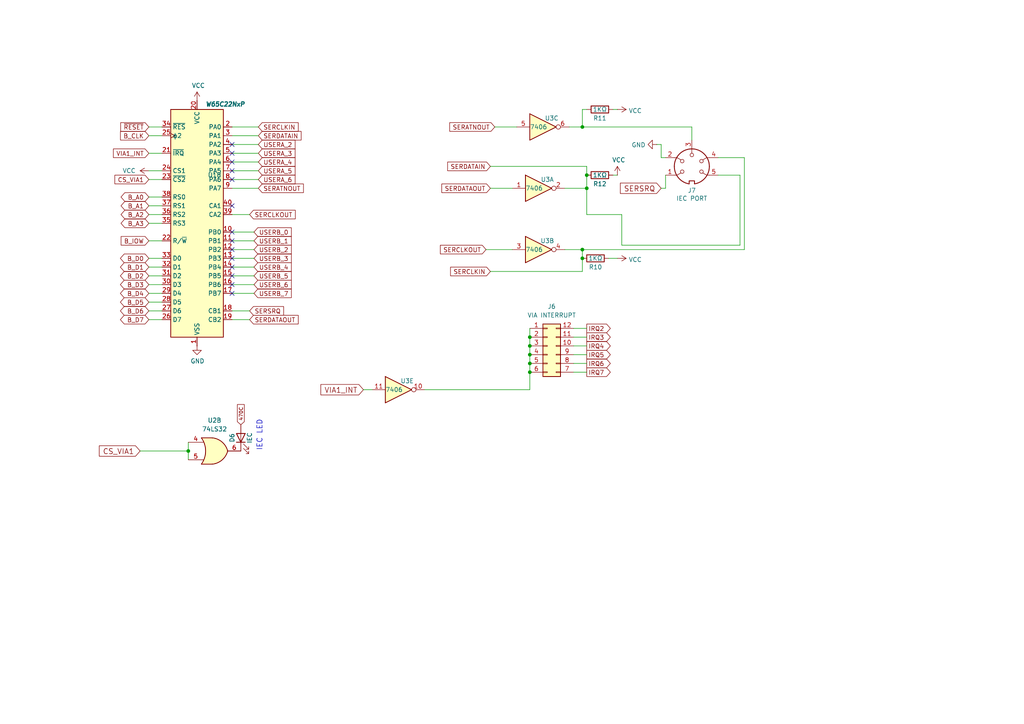
<source format=kicad_sch>
(kicad_sch
	(version 20231120)
	(generator "eeschema")
	(generator_version "8.0")
	(uuid "97b41b34-4861-4ecc-88e5-6c5ccaeec6ea")
	(paper "A4")
	(title_block
		(title "ISA MULTI IO ")
		(date "2025-05-31")
		(rev "v1")
		(company "DAN WERNER")
	)
	(lib_symbols
		(symbol "65xx-library:W65C22NxP"
			(exclude_from_sim no)
			(in_bom yes)
			(on_board yes)
			(property "Reference" "U"
				(at 2.54 38.1 0)
				(effects
					(font
						(size 1.27 1.27)
					)
					(justify left)
				)
			)
			(property "Value" "W65C22NxP"
				(at 2.54 35.56 0)
				(effects
					(font
						(size 1.27 1.27)
					)
					(justify left)
				)
			)
			(property "Footprint" "Package_DIP:DIP-40_W15.24mm"
				(at 0 48.26 0)
				(effects
					(font
						(size 1.27 1.27)
					)
					(hide yes)
				)
			)
			(property "Datasheet" "http://www.westerndesigncenter.com/wdc/documentation/w65c22.pdf"
				(at 0 45.72 0)
				(effects
					(font
						(size 1.27 1.27)
					)
					(hide yes)
				)
			)
			(property "Description" "CMOS Versatile Interface Adapter (VIA), 20-pin I/O, 2 Timer/Counters, NMOS-Compatible, DIP-40"
				(at 0 0 0)
				(effects
					(font
						(size 1.27 1.27)
					)
					(hide yes)
				)
			)
			(property "ki_keywords" "6522 65C22 VIA I/O"
				(at 0 0 0)
				(effects
					(font
						(size 1.27 1.27)
					)
					(hide yes)
				)
			)
			(property "ki_fp_filters" "DIP*W15.24mm*"
				(at 0 0 0)
				(effects
					(font
						(size 1.27 1.27)
					)
					(hide yes)
				)
			)
			(symbol "W65C22NxP_0_1"
				(rectangle
					(start -7.62 33.02)
					(end 7.62 -33.02)
					(stroke
						(width 0.254)
						(type default)
					)
					(fill
						(type background)
					)
				)
			)
			(symbol "W65C22NxP_1_1"
				(pin power_in line
					(at 0 -35.56 90)
					(length 2.54)
					(name "VSS"
						(effects
							(font
								(size 1.27 1.27)
							)
						)
					)
					(number "1"
						(effects
							(font
								(size 1.27 1.27)
							)
						)
					)
				)
				(pin bidirectional line
					(at 10.16 -2.54 180)
					(length 2.54)
					(name "PB0"
						(effects
							(font
								(size 1.27 1.27)
							)
						)
					)
					(number "10"
						(effects
							(font
								(size 1.27 1.27)
							)
						)
					)
				)
				(pin bidirectional line
					(at 10.16 -5.08 180)
					(length 2.54)
					(name "PB1"
						(effects
							(font
								(size 1.27 1.27)
							)
						)
					)
					(number "11"
						(effects
							(font
								(size 1.27 1.27)
							)
						)
					)
				)
				(pin bidirectional line
					(at 10.16 -7.62 180)
					(length 2.54)
					(name "PB2"
						(effects
							(font
								(size 1.27 1.27)
							)
						)
					)
					(number "12"
						(effects
							(font
								(size 1.27 1.27)
							)
						)
					)
				)
				(pin bidirectional line
					(at 10.16 -10.16 180)
					(length 2.54)
					(name "PB3"
						(effects
							(font
								(size 1.27 1.27)
							)
						)
					)
					(number "13"
						(effects
							(font
								(size 1.27 1.27)
							)
						)
					)
				)
				(pin bidirectional line
					(at 10.16 -12.7 180)
					(length 2.54)
					(name "PB4"
						(effects
							(font
								(size 1.27 1.27)
							)
						)
					)
					(number "14"
						(effects
							(font
								(size 1.27 1.27)
							)
						)
					)
				)
				(pin bidirectional line
					(at 10.16 -15.24 180)
					(length 2.54)
					(name "PB5"
						(effects
							(font
								(size 1.27 1.27)
							)
						)
					)
					(number "15"
						(effects
							(font
								(size 1.27 1.27)
							)
						)
					)
				)
				(pin bidirectional line
					(at 10.16 -17.78 180)
					(length 2.54)
					(name "PB6"
						(effects
							(font
								(size 1.27 1.27)
							)
						)
					)
					(number "16"
						(effects
							(font
								(size 1.27 1.27)
							)
						)
					)
				)
				(pin bidirectional line
					(at 10.16 -20.32 180)
					(length 2.54)
					(name "PB7"
						(effects
							(font
								(size 1.27 1.27)
							)
						)
					)
					(number "17"
						(effects
							(font
								(size 1.27 1.27)
							)
						)
					)
				)
				(pin input line
					(at 10.16 -25.4 180)
					(length 2.54)
					(name "CB1"
						(effects
							(font
								(size 1.27 1.27)
							)
						)
					)
					(number "18"
						(effects
							(font
								(size 1.27 1.27)
							)
						)
					)
				)
				(pin bidirectional line
					(at 10.16 -27.94 180)
					(length 2.54)
					(name "CB2"
						(effects
							(font
								(size 1.27 1.27)
							)
						)
					)
					(number "19"
						(effects
							(font
								(size 1.27 1.27)
							)
						)
					)
				)
				(pin bidirectional line
					(at 10.16 27.94 180)
					(length 2.54)
					(name "PA0"
						(effects
							(font
								(size 1.27 1.27)
							)
						)
					)
					(number "2"
						(effects
							(font
								(size 1.27 1.27)
							)
						)
					)
				)
				(pin power_in line
					(at 0 35.56 270)
					(length 2.54)
					(name "VCC"
						(effects
							(font
								(size 1.27 1.27)
							)
						)
					)
					(number "20"
						(effects
							(font
								(size 1.27 1.27)
							)
						)
					)
				)
				(pin open_collector line
					(at -10.16 20.32 0)
					(length 2.54)
					(name "~{IRQ}"
						(effects
							(font
								(size 1.27 1.27)
							)
						)
					)
					(number "21"
						(effects
							(font
								(size 1.27 1.27)
							)
						)
					)
				)
				(pin input line
					(at -10.16 -5.08 0)
					(length 2.54)
					(name "R/~{W}"
						(effects
							(font
								(size 1.27 1.27)
							)
						)
					)
					(number "22"
						(effects
							(font
								(size 1.27 1.27)
							)
						)
					)
				)
				(pin input line
					(at -10.16 12.7 0)
					(length 2.54)
					(name "~{CS2}"
						(effects
							(font
								(size 1.27 1.27)
							)
						)
					)
					(number "23"
						(effects
							(font
								(size 1.27 1.27)
							)
						)
					)
				)
				(pin input line
					(at -10.16 15.24 0)
					(length 2.54)
					(name "CS1"
						(effects
							(font
								(size 1.27 1.27)
							)
						)
					)
					(number "24"
						(effects
							(font
								(size 1.27 1.27)
							)
						)
					)
				)
				(pin input clock
					(at -10.16 25.4 0)
					(length 2.54)
					(name "ϕ2"
						(effects
							(font
								(size 1.27 1.27)
							)
						)
					)
					(number "25"
						(effects
							(font
								(size 1.27 1.27)
							)
						)
					)
				)
				(pin bidirectional line
					(at -10.16 -27.94 0)
					(length 2.54)
					(name "D7"
						(effects
							(font
								(size 1.27 1.27)
							)
						)
					)
					(number "26"
						(effects
							(font
								(size 1.27 1.27)
							)
						)
					)
				)
				(pin bidirectional line
					(at -10.16 -25.4 0)
					(length 2.54)
					(name "D6"
						(effects
							(font
								(size 1.27 1.27)
							)
						)
					)
					(number "27"
						(effects
							(font
								(size 1.27 1.27)
							)
						)
					)
				)
				(pin bidirectional line
					(at -10.16 -22.86 0)
					(length 2.54)
					(name "D5"
						(effects
							(font
								(size 1.27 1.27)
							)
						)
					)
					(number "28"
						(effects
							(font
								(size 1.27 1.27)
							)
						)
					)
				)
				(pin bidirectional line
					(at -10.16 -20.32 0)
					(length 2.54)
					(name "D4"
						(effects
							(font
								(size 1.27 1.27)
							)
						)
					)
					(number "29"
						(effects
							(font
								(size 1.27 1.27)
							)
						)
					)
				)
				(pin bidirectional line
					(at 10.16 25.4 180)
					(length 2.54)
					(name "PA1"
						(effects
							(font
								(size 1.27 1.27)
							)
						)
					)
					(number "3"
						(effects
							(font
								(size 1.27 1.27)
							)
						)
					)
				)
				(pin bidirectional line
					(at -10.16 -17.78 0)
					(length 2.54)
					(name "D3"
						(effects
							(font
								(size 1.27 1.27)
							)
						)
					)
					(number "30"
						(effects
							(font
								(size 1.27 1.27)
							)
						)
					)
				)
				(pin bidirectional line
					(at -10.16 -15.24 0)
					(length 2.54)
					(name "D2"
						(effects
							(font
								(size 1.27 1.27)
							)
						)
					)
					(number "31"
						(effects
							(font
								(size 1.27 1.27)
							)
						)
					)
				)
				(pin bidirectional line
					(at -10.16 -12.7 0)
					(length 2.54)
					(name "D1"
						(effects
							(font
								(size 1.27 1.27)
							)
						)
					)
					(number "32"
						(effects
							(font
								(size 1.27 1.27)
							)
						)
					)
				)
				(pin bidirectional line
					(at -10.16 -10.16 0)
					(length 2.54)
					(name "D0"
						(effects
							(font
								(size 1.27 1.27)
							)
						)
					)
					(number "33"
						(effects
							(font
								(size 1.27 1.27)
							)
						)
					)
				)
				(pin input line
					(at -10.16 27.94 0)
					(length 2.54)
					(name "~{RES}"
						(effects
							(font
								(size 1.27 1.27)
							)
						)
					)
					(number "34"
						(effects
							(font
								(size 1.27 1.27)
							)
						)
					)
				)
				(pin input line
					(at -10.16 0 0)
					(length 2.54)
					(name "RS3"
						(effects
							(font
								(size 1.27 1.27)
							)
						)
					)
					(number "35"
						(effects
							(font
								(size 1.27 1.27)
							)
						)
					)
				)
				(pin input line
					(at -10.16 2.54 0)
					(length 2.54)
					(name "RS2"
						(effects
							(font
								(size 1.27 1.27)
							)
						)
					)
					(number "36"
						(effects
							(font
								(size 1.27 1.27)
							)
						)
					)
				)
				(pin input line
					(at -10.16 5.08 0)
					(length 2.54)
					(name "RS1"
						(effects
							(font
								(size 1.27 1.27)
							)
						)
					)
					(number "37"
						(effects
							(font
								(size 1.27 1.27)
							)
						)
					)
				)
				(pin input line
					(at -10.16 7.62 0)
					(length 2.54)
					(name "RS0"
						(effects
							(font
								(size 1.27 1.27)
							)
						)
					)
					(number "38"
						(effects
							(font
								(size 1.27 1.27)
							)
						)
					)
				)
				(pin bidirectional line
					(at 10.16 2.54 180)
					(length 2.54)
					(name "CA2"
						(effects
							(font
								(size 1.27 1.27)
							)
						)
					)
					(number "39"
						(effects
							(font
								(size 1.27 1.27)
							)
						)
					)
				)
				(pin bidirectional line
					(at 10.16 22.86 180)
					(length 2.54)
					(name "PA2"
						(effects
							(font
								(size 1.27 1.27)
							)
						)
					)
					(number "4"
						(effects
							(font
								(size 1.27 1.27)
							)
						)
					)
				)
				(pin input line
					(at 10.16 5.08 180)
					(length 2.54)
					(name "CA1"
						(effects
							(font
								(size 1.27 1.27)
							)
						)
					)
					(number "40"
						(effects
							(font
								(size 1.27 1.27)
							)
						)
					)
				)
				(pin bidirectional line
					(at 10.16 20.32 180)
					(length 2.54)
					(name "PA3"
						(effects
							(font
								(size 1.27 1.27)
							)
						)
					)
					(number "5"
						(effects
							(font
								(size 1.27 1.27)
							)
						)
					)
				)
				(pin bidirectional line
					(at 10.16 17.78 180)
					(length 2.54)
					(name "PA4"
						(effects
							(font
								(size 1.27 1.27)
							)
						)
					)
					(number "6"
						(effects
							(font
								(size 1.27 1.27)
							)
						)
					)
				)
				(pin bidirectional line
					(at 10.16 15.24 180)
					(length 2.54)
					(name "PA5"
						(effects
							(font
								(size 1.27 1.27)
							)
						)
					)
					(number "7"
						(effects
							(font
								(size 1.27 1.27)
							)
						)
					)
				)
				(pin bidirectional line
					(at 10.16 12.7 180)
					(length 2.54)
					(name "PA6"
						(effects
							(font
								(size 1.27 1.27)
							)
						)
					)
					(number "8"
						(effects
							(font
								(size 1.27 1.27)
							)
						)
					)
				)
				(pin bidirectional line
					(at 10.16 10.16 180)
					(length 2.54)
					(name "PA7"
						(effects
							(font
								(size 1.27 1.27)
							)
						)
					)
					(number "9"
						(effects
							(font
								(size 1.27 1.27)
							)
						)
					)
				)
			)
		)
		(symbol "74xx:74LS06N"
			(pin_names
				(offset 1.016)
			)
			(exclude_from_sim no)
			(in_bom yes)
			(on_board yes)
			(property "Reference" "U"
				(at 0 1.27 0)
				(effects
					(font
						(size 1.27 1.27)
					)
				)
			)
			(property "Value" "74LS06N"
				(at 0 -1.27 0)
				(effects
					(font
						(size 1.27 1.27)
					)
				)
			)
			(property "Footprint" ""
				(at 0 0 0)
				(effects
					(font
						(size 1.27 1.27)
					)
					(hide yes)
				)
			)
			(property "Datasheet" "http://www.ti.com/lit/gpn/sn74LS06N"
				(at 0 0 0)
				(effects
					(font
						(size 1.27 1.27)
					)
					(hide yes)
				)
			)
			(property "Description" "Inverter Open Collect"
				(at 0 0 0)
				(effects
					(font
						(size 1.27 1.27)
					)
					(hide yes)
				)
			)
			(property "ki_locked" ""
				(at 0 0 0)
				(effects
					(font
						(size 1.27 1.27)
					)
				)
			)
			(property "ki_keywords" "TTL not inv OpenCol"
				(at 0 0 0)
				(effects
					(font
						(size 1.27 1.27)
					)
					(hide yes)
				)
			)
			(property "ki_fp_filters" "DIP*W7.62mm*"
				(at 0 0 0)
				(effects
					(font
						(size 1.27 1.27)
					)
					(hide yes)
				)
			)
			(symbol "74LS06N_1_0"
				(polyline
					(pts
						(xy -3.81 3.81) (xy -3.81 -3.81) (xy 3.81 0) (xy -3.81 3.81)
					)
					(stroke
						(width 0.254)
						(type default)
					)
					(fill
						(type background)
					)
				)
				(pin input line
					(at -7.62 0 0)
					(length 3.81)
					(name "~"
						(effects
							(font
								(size 1.27 1.27)
							)
						)
					)
					(number "1"
						(effects
							(font
								(size 1.27 1.27)
							)
						)
					)
				)
				(pin open_collector inverted
					(at 7.62 0 180)
					(length 3.81)
					(name "~"
						(effects
							(font
								(size 1.27 1.27)
							)
						)
					)
					(number "2"
						(effects
							(font
								(size 1.27 1.27)
							)
						)
					)
				)
			)
			(symbol "74LS06N_2_0"
				(polyline
					(pts
						(xy -3.81 3.81) (xy -3.81 -3.81) (xy 3.81 0) (xy -3.81 3.81)
					)
					(stroke
						(width 0.254)
						(type default)
					)
					(fill
						(type background)
					)
				)
				(pin input line
					(at -7.62 0 0)
					(length 3.81)
					(name "~"
						(effects
							(font
								(size 1.27 1.27)
							)
						)
					)
					(number "3"
						(effects
							(font
								(size 1.27 1.27)
							)
						)
					)
				)
				(pin open_collector inverted
					(at 7.62 0 180)
					(length 3.81)
					(name "~"
						(effects
							(font
								(size 1.27 1.27)
							)
						)
					)
					(number "4"
						(effects
							(font
								(size 1.27 1.27)
							)
						)
					)
				)
			)
			(symbol "74LS06N_3_0"
				(polyline
					(pts
						(xy -3.81 3.81) (xy -3.81 -3.81) (xy 3.81 0) (xy -3.81 3.81)
					)
					(stroke
						(width 0.254)
						(type default)
					)
					(fill
						(type background)
					)
				)
				(pin input line
					(at -7.62 0 0)
					(length 3.81)
					(name "~"
						(effects
							(font
								(size 1.27 1.27)
							)
						)
					)
					(number "5"
						(effects
							(font
								(size 1.27 1.27)
							)
						)
					)
				)
				(pin open_collector inverted
					(at 7.62 0 180)
					(length 3.81)
					(name "~"
						(effects
							(font
								(size 1.27 1.27)
							)
						)
					)
					(number "6"
						(effects
							(font
								(size 1.27 1.27)
							)
						)
					)
				)
			)
			(symbol "74LS06N_4_0"
				(polyline
					(pts
						(xy -3.81 3.81) (xy -3.81 -3.81) (xy 3.81 0) (xy -3.81 3.81)
					)
					(stroke
						(width 0.254)
						(type default)
					)
					(fill
						(type background)
					)
				)
				(pin open_collector inverted
					(at 7.62 0 180)
					(length 3.81)
					(name "~"
						(effects
							(font
								(size 1.27 1.27)
							)
						)
					)
					(number "8"
						(effects
							(font
								(size 1.27 1.27)
							)
						)
					)
				)
				(pin input line
					(at -7.62 0 0)
					(length 3.81)
					(name "~"
						(effects
							(font
								(size 1.27 1.27)
							)
						)
					)
					(number "9"
						(effects
							(font
								(size 1.27 1.27)
							)
						)
					)
				)
			)
			(symbol "74LS06N_5_0"
				(polyline
					(pts
						(xy -3.81 3.81) (xy -3.81 -3.81) (xy 3.81 0) (xy -3.81 3.81)
					)
					(stroke
						(width 0.254)
						(type default)
					)
					(fill
						(type background)
					)
				)
				(pin open_collector inverted
					(at 7.62 0 180)
					(length 3.81)
					(name "~"
						(effects
							(font
								(size 1.27 1.27)
							)
						)
					)
					(number "10"
						(effects
							(font
								(size 1.27 1.27)
							)
						)
					)
				)
				(pin input line
					(at -7.62 0 0)
					(length 3.81)
					(name "~"
						(effects
							(font
								(size 1.27 1.27)
							)
						)
					)
					(number "11"
						(effects
							(font
								(size 1.27 1.27)
							)
						)
					)
				)
			)
			(symbol "74LS06N_6_0"
				(polyline
					(pts
						(xy -3.81 3.81) (xy -3.81 -3.81) (xy 3.81 0) (xy -3.81 3.81)
					)
					(stroke
						(width 0.254)
						(type default)
					)
					(fill
						(type background)
					)
				)
				(pin open_collector inverted
					(at 7.62 0 180)
					(length 3.81)
					(name "~"
						(effects
							(font
								(size 1.27 1.27)
							)
						)
					)
					(number "12"
						(effects
							(font
								(size 1.27 1.27)
							)
						)
					)
				)
				(pin input line
					(at -7.62 0 0)
					(length 3.81)
					(name "~"
						(effects
							(font
								(size 1.27 1.27)
							)
						)
					)
					(number "13"
						(effects
							(font
								(size 1.27 1.27)
							)
						)
					)
				)
			)
			(symbol "74LS06N_7_0"
				(pin power_in line
					(at 0 12.7 270)
					(length 5.08)
					(name "VCC"
						(effects
							(font
								(size 1.27 1.27)
							)
						)
					)
					(number "14"
						(effects
							(font
								(size 1.27 1.27)
							)
						)
					)
				)
				(pin power_in line
					(at 0 -12.7 90)
					(length 5.08)
					(name "GND"
						(effects
							(font
								(size 1.27 1.27)
							)
						)
					)
					(number "7"
						(effects
							(font
								(size 1.27 1.27)
							)
						)
					)
				)
			)
			(symbol "74LS06N_7_1"
				(rectangle
					(start -5.08 7.62)
					(end 5.08 -7.62)
					(stroke
						(width 0.254)
						(type default)
					)
					(fill
						(type background)
					)
				)
			)
		)
		(symbol "74xx:74LS32"
			(pin_names
				(offset 1.016)
			)
			(exclude_from_sim no)
			(in_bom yes)
			(on_board yes)
			(property "Reference" "U"
				(at 0 1.27 0)
				(effects
					(font
						(size 1.27 1.27)
					)
				)
			)
			(property "Value" "74LS32"
				(at 0 -1.27 0)
				(effects
					(font
						(size 1.27 1.27)
					)
				)
			)
			(property "Footprint" ""
				(at 0 0 0)
				(effects
					(font
						(size 1.27 1.27)
					)
					(hide yes)
				)
			)
			(property "Datasheet" "http://www.ti.com/lit/gpn/sn74LS32"
				(at 0 0 0)
				(effects
					(font
						(size 1.27 1.27)
					)
					(hide yes)
				)
			)
			(property "Description" "Quad 2-input OR"
				(at 0 0 0)
				(effects
					(font
						(size 1.27 1.27)
					)
					(hide yes)
				)
			)
			(property "ki_locked" ""
				(at 0 0 0)
				(effects
					(font
						(size 1.27 1.27)
					)
				)
			)
			(property "ki_keywords" "TTL Or2"
				(at 0 0 0)
				(effects
					(font
						(size 1.27 1.27)
					)
					(hide yes)
				)
			)
			(property "ki_fp_filters" "DIP?14*"
				(at 0 0 0)
				(effects
					(font
						(size 1.27 1.27)
					)
					(hide yes)
				)
			)
			(symbol "74LS32_1_1"
				(arc
					(start -3.81 -3.81)
					(mid -2.589 0)
					(end -3.81 3.81)
					(stroke
						(width 0.254)
						(type default)
					)
					(fill
						(type none)
					)
				)
				(arc
					(start -0.6096 -3.81)
					(mid 2.1842 -2.5851)
					(end 3.81 0)
					(stroke
						(width 0.254)
						(type default)
					)
					(fill
						(type background)
					)
				)
				(polyline
					(pts
						(xy -3.81 -3.81) (xy -0.635 -3.81)
					)
					(stroke
						(width 0.254)
						(type default)
					)
					(fill
						(type background)
					)
				)
				(polyline
					(pts
						(xy -3.81 3.81) (xy -0.635 3.81)
					)
					(stroke
						(width 0.254)
						(type default)
					)
					(fill
						(type background)
					)
				)
				(polyline
					(pts
						(xy -0.635 3.81) (xy -3.81 3.81) (xy -3.81 3.81) (xy -3.556 3.4036) (xy -3.0226 2.2606) (xy -2.6924 1.0414)
						(xy -2.6162 -0.254) (xy -2.7686 -1.4986) (xy -3.175 -2.7178) (xy -3.81 -3.81) (xy -3.81 -3.81)
						(xy -0.635 -3.81)
					)
					(stroke
						(width -25.4)
						(type default)
					)
					(fill
						(type background)
					)
				)
				(arc
					(start 3.81 0)
					(mid 2.1915 2.5936)
					(end -0.6096 3.81)
					(stroke
						(width 0.254)
						(type default)
					)
					(fill
						(type background)
					)
				)
				(pin input line
					(at -7.62 2.54 0)
					(length 4.318)
					(name "~"
						(effects
							(font
								(size 1.27 1.27)
							)
						)
					)
					(number "1"
						(effects
							(font
								(size 1.27 1.27)
							)
						)
					)
				)
				(pin input line
					(at -7.62 -2.54 0)
					(length 4.318)
					(name "~"
						(effects
							(font
								(size 1.27 1.27)
							)
						)
					)
					(number "2"
						(effects
							(font
								(size 1.27 1.27)
							)
						)
					)
				)
				(pin output line
					(at 7.62 0 180)
					(length 3.81)
					(name "~"
						(effects
							(font
								(size 1.27 1.27)
							)
						)
					)
					(number "3"
						(effects
							(font
								(size 1.27 1.27)
							)
						)
					)
				)
			)
			(symbol "74LS32_1_2"
				(arc
					(start 0 -3.81)
					(mid 3.7934 0)
					(end 0 3.81)
					(stroke
						(width 0.254)
						(type default)
					)
					(fill
						(type background)
					)
				)
				(polyline
					(pts
						(xy 0 3.81) (xy -3.81 3.81) (xy -3.81 -3.81) (xy 0 -3.81)
					)
					(stroke
						(width 0.254)
						(type default)
					)
					(fill
						(type background)
					)
				)
				(pin input inverted
					(at -7.62 2.54 0)
					(length 3.81)
					(name "~"
						(effects
							(font
								(size 1.27 1.27)
							)
						)
					)
					(number "1"
						(effects
							(font
								(size 1.27 1.27)
							)
						)
					)
				)
				(pin input inverted
					(at -7.62 -2.54 0)
					(length 3.81)
					(name "~"
						(effects
							(font
								(size 1.27 1.27)
							)
						)
					)
					(number "2"
						(effects
							(font
								(size 1.27 1.27)
							)
						)
					)
				)
				(pin output inverted
					(at 7.62 0 180)
					(length 3.81)
					(name "~"
						(effects
							(font
								(size 1.27 1.27)
							)
						)
					)
					(number "3"
						(effects
							(font
								(size 1.27 1.27)
							)
						)
					)
				)
			)
			(symbol "74LS32_2_1"
				(arc
					(start -3.81 -3.81)
					(mid -2.589 0)
					(end -3.81 3.81)
					(stroke
						(width 0.254)
						(type default)
					)
					(fill
						(type none)
					)
				)
				(arc
					(start -0.6096 -3.81)
					(mid 2.1842 -2.5851)
					(end 3.81 0)
					(stroke
						(width 0.254)
						(type default)
					)
					(fill
						(type background)
					)
				)
				(polyline
					(pts
						(xy -3.81 -3.81) (xy -0.635 -3.81)
					)
					(stroke
						(width 0.254)
						(type default)
					)
					(fill
						(type background)
					)
				)
				(polyline
					(pts
						(xy -3.81 3.81) (xy -0.635 3.81)
					)
					(stroke
						(width 0.254)
						(type default)
					)
					(fill
						(type background)
					)
				)
				(polyline
					(pts
						(xy -0.635 3.81) (xy -3.81 3.81) (xy -3.81 3.81) (xy -3.556 3.4036) (xy -3.0226 2.2606) (xy -2.6924 1.0414)
						(xy -2.6162 -0.254) (xy -2.7686 -1.4986) (xy -3.175 -2.7178) (xy -3.81 -3.81) (xy -3.81 -3.81)
						(xy -0.635 -3.81)
					)
					(stroke
						(width -25.4)
						(type default)
					)
					(fill
						(type background)
					)
				)
				(arc
					(start 3.81 0)
					(mid 2.1915 2.5936)
					(end -0.6096 3.81)
					(stroke
						(width 0.254)
						(type default)
					)
					(fill
						(type background)
					)
				)
				(pin input line
					(at -7.62 2.54 0)
					(length 4.318)
					(name "~"
						(effects
							(font
								(size 1.27 1.27)
							)
						)
					)
					(number "4"
						(effects
							(font
								(size 1.27 1.27)
							)
						)
					)
				)
				(pin input line
					(at -7.62 -2.54 0)
					(length 4.318)
					(name "~"
						(effects
							(font
								(size 1.27 1.27)
							)
						)
					)
					(number "5"
						(effects
							(font
								(size 1.27 1.27)
							)
						)
					)
				)
				(pin output line
					(at 7.62 0 180)
					(length 3.81)
					(name "~"
						(effects
							(font
								(size 1.27 1.27)
							)
						)
					)
					(number "6"
						(effects
							(font
								(size 1.27 1.27)
							)
						)
					)
				)
			)
			(symbol "74LS32_2_2"
				(arc
					(start 0 -3.81)
					(mid 3.7934 0)
					(end 0 3.81)
					(stroke
						(width 0.254)
						(type default)
					)
					(fill
						(type background)
					)
				)
				(polyline
					(pts
						(xy 0 3.81) (xy -3.81 3.81) (xy -3.81 -3.81) (xy 0 -3.81)
					)
					(stroke
						(width 0.254)
						(type default)
					)
					(fill
						(type background)
					)
				)
				(pin input inverted
					(at -7.62 2.54 0)
					(length 3.81)
					(name "~"
						(effects
							(font
								(size 1.27 1.27)
							)
						)
					)
					(number "4"
						(effects
							(font
								(size 1.27 1.27)
							)
						)
					)
				)
				(pin input inverted
					(at -7.62 -2.54 0)
					(length 3.81)
					(name "~"
						(effects
							(font
								(size 1.27 1.27)
							)
						)
					)
					(number "5"
						(effects
							(font
								(size 1.27 1.27)
							)
						)
					)
				)
				(pin output inverted
					(at 7.62 0 180)
					(length 3.81)
					(name "~"
						(effects
							(font
								(size 1.27 1.27)
							)
						)
					)
					(number "6"
						(effects
							(font
								(size 1.27 1.27)
							)
						)
					)
				)
			)
			(symbol "74LS32_3_1"
				(arc
					(start -3.81 -3.81)
					(mid -2.589 0)
					(end -3.81 3.81)
					(stroke
						(width 0.254)
						(type default)
					)
					(fill
						(type none)
					)
				)
				(arc
					(start -0.6096 -3.81)
					(mid 2.1842 -2.5851)
					(end 3.81 0)
					(stroke
						(width 0.254)
						(type default)
					)
					(fill
						(type background)
					)
				)
				(polyline
					(pts
						(xy -3.81 -3.81) (xy -0.635 -3.81)
					)
					(stroke
						(width 0.254)
						(type default)
					)
					(fill
						(type background)
					)
				)
				(polyline
					(pts
						(xy -3.81 3.81) (xy -0.635 3.81)
					)
					(stroke
						(width 0.254)
						(type default)
					)
					(fill
						(type background)
					)
				)
				(polyline
					(pts
						(xy -0.635 3.81) (xy -3.81 3.81) (xy -3.81 3.81) (xy -3.556 3.4036) (xy -3.0226 2.2606) (xy -2.6924 1.0414)
						(xy -2.6162 -0.254) (xy -2.7686 -1.4986) (xy -3.175 -2.7178) (xy -3.81 -3.81) (xy -3.81 -3.81)
						(xy -0.635 -3.81)
					)
					(stroke
						(width -25.4)
						(type default)
					)
					(fill
						(type background)
					)
				)
				(arc
					(start 3.81 0)
					(mid 2.1915 2.5936)
					(end -0.6096 3.81)
					(stroke
						(width 0.254)
						(type default)
					)
					(fill
						(type background)
					)
				)
				(pin input line
					(at -7.62 -2.54 0)
					(length 4.318)
					(name "~"
						(effects
							(font
								(size 1.27 1.27)
							)
						)
					)
					(number "10"
						(effects
							(font
								(size 1.27 1.27)
							)
						)
					)
				)
				(pin output line
					(at 7.62 0 180)
					(length 3.81)
					(name "~"
						(effects
							(font
								(size 1.27 1.27)
							)
						)
					)
					(number "8"
						(effects
							(font
								(size 1.27 1.27)
							)
						)
					)
				)
				(pin input line
					(at -7.62 2.54 0)
					(length 4.318)
					(name "~"
						(effects
							(font
								(size 1.27 1.27)
							)
						)
					)
					(number "9"
						(effects
							(font
								(size 1.27 1.27)
							)
						)
					)
				)
			)
			(symbol "74LS32_3_2"
				(arc
					(start 0 -3.81)
					(mid 3.7934 0)
					(end 0 3.81)
					(stroke
						(width 0.254)
						(type default)
					)
					(fill
						(type background)
					)
				)
				(polyline
					(pts
						(xy 0 3.81) (xy -3.81 3.81) (xy -3.81 -3.81) (xy 0 -3.81)
					)
					(stroke
						(width 0.254)
						(type default)
					)
					(fill
						(type background)
					)
				)
				(pin input inverted
					(at -7.62 -2.54 0)
					(length 3.81)
					(name "~"
						(effects
							(font
								(size 1.27 1.27)
							)
						)
					)
					(number "10"
						(effects
							(font
								(size 1.27 1.27)
							)
						)
					)
				)
				(pin output inverted
					(at 7.62 0 180)
					(length 3.81)
					(name "~"
						(effects
							(font
								(size 1.27 1.27)
							)
						)
					)
					(number "8"
						(effects
							(font
								(size 1.27 1.27)
							)
						)
					)
				)
				(pin input inverted
					(at -7.62 2.54 0)
					(length 3.81)
					(name "~"
						(effects
							(font
								(size 1.27 1.27)
							)
						)
					)
					(number "9"
						(effects
							(font
								(size 1.27 1.27)
							)
						)
					)
				)
			)
			(symbol "74LS32_4_1"
				(arc
					(start -3.81 -3.81)
					(mid -2.589 0)
					(end -3.81 3.81)
					(stroke
						(width 0.254)
						(type default)
					)
					(fill
						(type none)
					)
				)
				(arc
					(start -0.6096 -3.81)
					(mid 2.1842 -2.5851)
					(end 3.81 0)
					(stroke
						(width 0.254)
						(type default)
					)
					(fill
						(type background)
					)
				)
				(polyline
					(pts
						(xy -3.81 -3.81) (xy -0.635 -3.81)
					)
					(stroke
						(width 0.254)
						(type default)
					)
					(fill
						(type background)
					)
				)
				(polyline
					(pts
						(xy -3.81 3.81) (xy -0.635 3.81)
					)
					(stroke
						(width 0.254)
						(type default)
					)
					(fill
						(type background)
					)
				)
				(polyline
					(pts
						(xy -0.635 3.81) (xy -3.81 3.81) (xy -3.81 3.81) (xy -3.556 3.4036) (xy -3.0226 2.2606) (xy -2.6924 1.0414)
						(xy -2.6162 -0.254) (xy -2.7686 -1.4986) (xy -3.175 -2.7178) (xy -3.81 -3.81) (xy -3.81 -3.81)
						(xy -0.635 -3.81)
					)
					(stroke
						(width -25.4)
						(type default)
					)
					(fill
						(type background)
					)
				)
				(arc
					(start 3.81 0)
					(mid 2.1915 2.5936)
					(end -0.6096 3.81)
					(stroke
						(width 0.254)
						(type default)
					)
					(fill
						(type background)
					)
				)
				(pin output line
					(at 7.62 0 180)
					(length 3.81)
					(name "~"
						(effects
							(font
								(size 1.27 1.27)
							)
						)
					)
					(number "11"
						(effects
							(font
								(size 1.27 1.27)
							)
						)
					)
				)
				(pin input line
					(at -7.62 2.54 0)
					(length 4.318)
					(name "~"
						(effects
							(font
								(size 1.27 1.27)
							)
						)
					)
					(number "12"
						(effects
							(font
								(size 1.27 1.27)
							)
						)
					)
				)
				(pin input line
					(at -7.62 -2.54 0)
					(length 4.318)
					(name "~"
						(effects
							(font
								(size 1.27 1.27)
							)
						)
					)
					(number "13"
						(effects
							(font
								(size 1.27 1.27)
							)
						)
					)
				)
			)
			(symbol "74LS32_4_2"
				(arc
					(start 0 -3.81)
					(mid 3.7934 0)
					(end 0 3.81)
					(stroke
						(width 0.254)
						(type default)
					)
					(fill
						(type background)
					)
				)
				(polyline
					(pts
						(xy 0 3.81) (xy -3.81 3.81) (xy -3.81 -3.81) (xy 0 -3.81)
					)
					(stroke
						(width 0.254)
						(type default)
					)
					(fill
						(type background)
					)
				)
				(pin output inverted
					(at 7.62 0 180)
					(length 3.81)
					(name "~"
						(effects
							(font
								(size 1.27 1.27)
							)
						)
					)
					(number "11"
						(effects
							(font
								(size 1.27 1.27)
							)
						)
					)
				)
				(pin input inverted
					(at -7.62 2.54 0)
					(length 3.81)
					(name "~"
						(effects
							(font
								(size 1.27 1.27)
							)
						)
					)
					(number "12"
						(effects
							(font
								(size 1.27 1.27)
							)
						)
					)
				)
				(pin input inverted
					(at -7.62 -2.54 0)
					(length 3.81)
					(name "~"
						(effects
							(font
								(size 1.27 1.27)
							)
						)
					)
					(number "13"
						(effects
							(font
								(size 1.27 1.27)
							)
						)
					)
				)
			)
			(symbol "74LS32_5_0"
				(pin power_in line
					(at 0 12.7 270)
					(length 5.08)
					(name "VCC"
						(effects
							(font
								(size 1.27 1.27)
							)
						)
					)
					(number "14"
						(effects
							(font
								(size 1.27 1.27)
							)
						)
					)
				)
				(pin power_in line
					(at 0 -12.7 90)
					(length 5.08)
					(name "GND"
						(effects
							(font
								(size 1.27 1.27)
							)
						)
					)
					(number "7"
						(effects
							(font
								(size 1.27 1.27)
							)
						)
					)
				)
			)
			(symbol "74LS32_5_1"
				(rectangle
					(start -5.08 7.62)
					(end 5.08 -7.62)
					(stroke
						(width 0.254)
						(type default)
					)
					(fill
						(type background)
					)
				)
			)
		)
		(symbol "Connector:DIN-5"
			(pin_names
				(offset 1.016)
			)
			(exclude_from_sim no)
			(in_bom yes)
			(on_board yes)
			(property "Reference" "J"
				(at 3.175 5.715 0)
				(effects
					(font
						(size 1.27 1.27)
					)
				)
			)
			(property "Value" "DIN-5"
				(at 0 -6.35 0)
				(effects
					(font
						(size 1.27 1.27)
					)
				)
			)
			(property "Footprint" ""
				(at 0 0 0)
				(effects
					(font
						(size 1.27 1.27)
					)
					(hide yes)
				)
			)
			(property "Datasheet" "http://www.mouser.com/ds/2/18/40_c091_abd_e-75918.pdf"
				(at 0 0 0)
				(effects
					(font
						(size 1.27 1.27)
					)
					(hide yes)
				)
			)
			(property "Description" "5-pin DIN connector"
				(at 0 0 0)
				(effects
					(font
						(size 1.27 1.27)
					)
					(hide yes)
				)
			)
			(property "ki_keywords" "circular DIN connector"
				(at 0 0 0)
				(effects
					(font
						(size 1.27 1.27)
					)
					(hide yes)
				)
			)
			(property "ki_fp_filters" "DIN*"
				(at 0 0 0)
				(effects
					(font
						(size 1.27 1.27)
					)
					(hide yes)
				)
			)
			(symbol "DIN-5_0_1"
				(arc
					(start -5.08 0)
					(mid -3.8609 -3.3364)
					(end -0.762 -5.08)
					(stroke
						(width 0.254)
						(type default)
					)
					(fill
						(type none)
					)
				)
				(circle
					(center -2.794 -1.524)
					(radius 0.508)
					(stroke
						(width 0)
						(type default)
					)
					(fill
						(type none)
					)
				)
				(circle
					(center -2.794 1.524)
					(radius 0.508)
					(stroke
						(width 0)
						(type default)
					)
					(fill
						(type none)
					)
				)
				(polyline
					(pts
						(xy 0 5.08) (xy 0 3.81)
					)
					(stroke
						(width 0)
						(type default)
					)
					(fill
						(type none)
					)
				)
				(polyline
					(pts
						(xy -5.08 -2.54) (xy -4.318 -2.54) (xy -3.175 -1.905)
					)
					(stroke
						(width 0)
						(type default)
					)
					(fill
						(type none)
					)
				)
				(polyline
					(pts
						(xy -5.08 2.54) (xy -4.318 2.54) (xy -3.175 1.905)
					)
					(stroke
						(width 0)
						(type default)
					)
					(fill
						(type none)
					)
				)
				(polyline
					(pts
						(xy 5.08 -2.54) (xy 4.318 -2.54) (xy 3.175 -1.905)
					)
					(stroke
						(width 0)
						(type default)
					)
					(fill
						(type none)
					)
				)
				(polyline
					(pts
						(xy 5.08 2.54) (xy 4.318 2.54) (xy 3.175 1.905)
					)
					(stroke
						(width 0)
						(type default)
					)
					(fill
						(type none)
					)
				)
				(polyline
					(pts
						(xy -0.762 -4.953) (xy -0.762 -4.191) (xy 0.762 -4.191) (xy 0.762 -4.953)
					)
					(stroke
						(width 0.254)
						(type default)
					)
					(fill
						(type none)
					)
				)
				(circle
					(center 0 3.302)
					(radius 0.508)
					(stroke
						(width 0)
						(type default)
					)
					(fill
						(type none)
					)
				)
				(arc
					(start 0.762 -5.08)
					(mid 3.8685 -3.343)
					(end 5.08 0)
					(stroke
						(width 0.254)
						(type default)
					)
					(fill
						(type none)
					)
				)
				(circle
					(center 2.794 -1.524)
					(radius 0.508)
					(stroke
						(width 0)
						(type default)
					)
					(fill
						(type none)
					)
				)
				(circle
					(center 2.794 1.524)
					(radius 0.508)
					(stroke
						(width 0)
						(type default)
					)
					(fill
						(type none)
					)
				)
				(arc
					(start 5.08 0)
					(mid 0 5.0579)
					(end -5.08 0)
					(stroke
						(width 0.254)
						(type default)
					)
					(fill
						(type none)
					)
				)
			)
			(symbol "DIN-5_1_1"
				(pin passive line
					(at -7.62 -2.54 0)
					(length 2.54)
					(name "~"
						(effects
							(font
								(size 1.27 1.27)
							)
						)
					)
					(number "1"
						(effects
							(font
								(size 1.27 1.27)
							)
						)
					)
				)
				(pin passive line
					(at -7.62 2.54 0)
					(length 2.54)
					(name "~"
						(effects
							(font
								(size 1.27 1.27)
							)
						)
					)
					(number "2"
						(effects
							(font
								(size 1.27 1.27)
							)
						)
					)
				)
				(pin passive line
					(at 0 7.62 270)
					(length 2.54)
					(name "~"
						(effects
							(font
								(size 1.27 1.27)
							)
						)
					)
					(number "3"
						(effects
							(font
								(size 1.27 1.27)
							)
						)
					)
				)
				(pin passive line
					(at 7.62 2.54 180)
					(length 2.54)
					(name "~"
						(effects
							(font
								(size 1.27 1.27)
							)
						)
					)
					(number "4"
						(effects
							(font
								(size 1.27 1.27)
							)
						)
					)
				)
				(pin passive line
					(at 7.62 -2.54 180)
					(length 2.54)
					(name "~"
						(effects
							(font
								(size 1.27 1.27)
							)
						)
					)
					(number "5"
						(effects
							(font
								(size 1.27 1.27)
							)
						)
					)
				)
			)
		)
		(symbol "Connector_Generic:Conn_02x06_Counter_Clockwise"
			(pin_names
				(offset 1.016) hide)
			(exclude_from_sim no)
			(in_bom yes)
			(on_board yes)
			(property "Reference" "J"
				(at 1.27 7.62 0)
				(effects
					(font
						(size 1.27 1.27)
					)
				)
			)
			(property "Value" "Conn_02x06_Counter_Clockwise"
				(at 1.27 -10.16 0)
				(effects
					(font
						(size 1.27 1.27)
					)
				)
			)
			(property "Footprint" ""
				(at 0 0 0)
				(effects
					(font
						(size 1.27 1.27)
					)
					(hide yes)
				)
			)
			(property "Datasheet" "~"
				(at 0 0 0)
				(effects
					(font
						(size 1.27 1.27)
					)
					(hide yes)
				)
			)
			(property "Description" "Generic connector, double row, 02x06, counter clockwise pin numbering scheme (similar to DIP package numbering), script generated (kicad-library-utils/schlib/autogen/connector/)"
				(at 0 0 0)
				(effects
					(font
						(size 1.27 1.27)
					)
					(hide yes)
				)
			)
			(property "ki_keywords" "connector"
				(at 0 0 0)
				(effects
					(font
						(size 1.27 1.27)
					)
					(hide yes)
				)
			)
			(property "ki_fp_filters" "Connector*:*_2x??_*"
				(at 0 0 0)
				(effects
					(font
						(size 1.27 1.27)
					)
					(hide yes)
				)
			)
			(symbol "Conn_02x06_Counter_Clockwise_1_1"
				(rectangle
					(start -1.27 -7.493)
					(end 0 -7.747)
					(stroke
						(width 0.1524)
						(type default)
					)
					(fill
						(type none)
					)
				)
				(rectangle
					(start -1.27 -4.953)
					(end 0 -5.207)
					(stroke
						(width 0.1524)
						(type default)
					)
					(fill
						(type none)
					)
				)
				(rectangle
					(start -1.27 -2.413)
					(end 0 -2.667)
					(stroke
						(width 0.1524)
						(type default)
					)
					(fill
						(type none)
					)
				)
				(rectangle
					(start -1.27 0.127)
					(end 0 -0.127)
					(stroke
						(width 0.1524)
						(type default)
					)
					(fill
						(type none)
					)
				)
				(rectangle
					(start -1.27 2.667)
					(end 0 2.413)
					(stroke
						(width 0.1524)
						(type default)
					)
					(fill
						(type none)
					)
				)
				(rectangle
					(start -1.27 5.207)
					(end 0 4.953)
					(stroke
						(width 0.1524)
						(type default)
					)
					(fill
						(type none)
					)
				)
				(rectangle
					(start -1.27 6.35)
					(end 3.81 -8.89)
					(stroke
						(width 0.254)
						(type default)
					)
					(fill
						(type background)
					)
				)
				(rectangle
					(start 3.81 -7.493)
					(end 2.54 -7.747)
					(stroke
						(width 0.1524)
						(type default)
					)
					(fill
						(type none)
					)
				)
				(rectangle
					(start 3.81 -4.953)
					(end 2.54 -5.207)
					(stroke
						(width 0.1524)
						(type default)
					)
					(fill
						(type none)
					)
				)
				(rectangle
					(start 3.81 -2.413)
					(end 2.54 -2.667)
					(stroke
						(width 0.1524)
						(type default)
					)
					(fill
						(type none)
					)
				)
				(rectangle
					(start 3.81 0.127)
					(end 2.54 -0.127)
					(stroke
						(width 0.1524)
						(type default)
					)
					(fill
						(type none)
					)
				)
				(rectangle
					(start 3.81 2.667)
					(end 2.54 2.413)
					(stroke
						(width 0.1524)
						(type default)
					)
					(fill
						(type none)
					)
				)
				(rectangle
					(start 3.81 5.207)
					(end 2.54 4.953)
					(stroke
						(width 0.1524)
						(type default)
					)
					(fill
						(type none)
					)
				)
				(pin passive line
					(at -5.08 5.08 0)
					(length 3.81)
					(name "Pin_1"
						(effects
							(font
								(size 1.27 1.27)
							)
						)
					)
					(number "1"
						(effects
							(font
								(size 1.27 1.27)
							)
						)
					)
				)
				(pin passive line
					(at 7.62 0 180)
					(length 3.81)
					(name "Pin_10"
						(effects
							(font
								(size 1.27 1.27)
							)
						)
					)
					(number "10"
						(effects
							(font
								(size 1.27 1.27)
							)
						)
					)
				)
				(pin passive line
					(at 7.62 2.54 180)
					(length 3.81)
					(name "Pin_11"
						(effects
							(font
								(size 1.27 1.27)
							)
						)
					)
					(number "11"
						(effects
							(font
								(size 1.27 1.27)
							)
						)
					)
				)
				(pin passive line
					(at 7.62 5.08 180)
					(length 3.81)
					(name "Pin_12"
						(effects
							(font
								(size 1.27 1.27)
							)
						)
					)
					(number "12"
						(effects
							(font
								(size 1.27 1.27)
							)
						)
					)
				)
				(pin passive line
					(at -5.08 2.54 0)
					(length 3.81)
					(name "Pin_2"
						(effects
							(font
								(size 1.27 1.27)
							)
						)
					)
					(number "2"
						(effects
							(font
								(size 1.27 1.27)
							)
						)
					)
				)
				(pin passive line
					(at -5.08 0 0)
					(length 3.81)
					(name "Pin_3"
						(effects
							(font
								(size 1.27 1.27)
							)
						)
					)
					(number "3"
						(effects
							(font
								(size 1.27 1.27)
							)
						)
					)
				)
				(pin passive line
					(at -5.08 -2.54 0)
					(length 3.81)
					(name "Pin_4"
						(effects
							(font
								(size 1.27 1.27)
							)
						)
					)
					(number "4"
						(effects
							(font
								(size 1.27 1.27)
							)
						)
					)
				)
				(pin passive line
					(at -5.08 -5.08 0)
					(length 3.81)
					(name "Pin_5"
						(effects
							(font
								(size 1.27 1.27)
							)
						)
					)
					(number "5"
						(effects
							(font
								(size 1.27 1.27)
							)
						)
					)
				)
				(pin passive line
					(at -5.08 -7.62 0)
					(length 3.81)
					(name "Pin_6"
						(effects
							(font
								(size 1.27 1.27)
							)
						)
					)
					(number "6"
						(effects
							(font
								(size 1.27 1.27)
							)
						)
					)
				)
				(pin passive line
					(at 7.62 -7.62 180)
					(length 3.81)
					(name "Pin_7"
						(effects
							(font
								(size 1.27 1.27)
							)
						)
					)
					(number "7"
						(effects
							(font
								(size 1.27 1.27)
							)
						)
					)
				)
				(pin passive line
					(at 7.62 -5.08 180)
					(length 3.81)
					(name "Pin_8"
						(effects
							(font
								(size 1.27 1.27)
							)
						)
					)
					(number "8"
						(effects
							(font
								(size 1.27 1.27)
							)
						)
					)
				)
				(pin passive line
					(at 7.62 -2.54 180)
					(length 3.81)
					(name "Pin_9"
						(effects
							(font
								(size 1.27 1.27)
							)
						)
					)
					(number "9"
						(effects
							(font
								(size 1.27 1.27)
							)
						)
					)
				)
			)
		)
		(symbol "Device:LED"
			(pin_numbers hide)
			(pin_names
				(offset 1.016) hide)
			(exclude_from_sim no)
			(in_bom yes)
			(on_board yes)
			(property "Reference" "D"
				(at 0 2.54 0)
				(effects
					(font
						(size 1.27 1.27)
					)
				)
			)
			(property "Value" "LED"
				(at 0 -2.54 0)
				(effects
					(font
						(size 1.27 1.27)
					)
				)
			)
			(property "Footprint" ""
				(at 0 0 0)
				(effects
					(font
						(size 1.27 1.27)
					)
					(hide yes)
				)
			)
			(property "Datasheet" "~"
				(at 0 0 0)
				(effects
					(font
						(size 1.27 1.27)
					)
					(hide yes)
				)
			)
			(property "Description" "Light emitting diode"
				(at 0 0 0)
				(effects
					(font
						(size 1.27 1.27)
					)
					(hide yes)
				)
			)
			(property "ki_keywords" "LED diode"
				(at 0 0 0)
				(effects
					(font
						(size 1.27 1.27)
					)
					(hide yes)
				)
			)
			(property "ki_fp_filters" "LED* LED_SMD:* LED_THT:*"
				(at 0 0 0)
				(effects
					(font
						(size 1.27 1.27)
					)
					(hide yes)
				)
			)
			(symbol "LED_0_1"
				(polyline
					(pts
						(xy -1.27 -1.27) (xy -1.27 1.27)
					)
					(stroke
						(width 0.254)
						(type default)
					)
					(fill
						(type none)
					)
				)
				(polyline
					(pts
						(xy -1.27 0) (xy 1.27 0)
					)
					(stroke
						(width 0)
						(type default)
					)
					(fill
						(type none)
					)
				)
				(polyline
					(pts
						(xy 1.27 -1.27) (xy 1.27 1.27) (xy -1.27 0) (xy 1.27 -1.27)
					)
					(stroke
						(width 0.254)
						(type default)
					)
					(fill
						(type none)
					)
				)
				(polyline
					(pts
						(xy -3.048 -0.762) (xy -4.572 -2.286) (xy -3.81 -2.286) (xy -4.572 -2.286) (xy -4.572 -1.524)
					)
					(stroke
						(width 0)
						(type default)
					)
					(fill
						(type none)
					)
				)
				(polyline
					(pts
						(xy -1.778 -0.762) (xy -3.302 -2.286) (xy -2.54 -2.286) (xy -3.302 -2.286) (xy -3.302 -1.524)
					)
					(stroke
						(width 0)
						(type default)
					)
					(fill
						(type none)
					)
				)
			)
			(symbol "LED_1_1"
				(pin passive line
					(at -3.81 0 0)
					(length 2.54)
					(name "K"
						(effects
							(font
								(size 1.27 1.27)
							)
						)
					)
					(number "1"
						(effects
							(font
								(size 1.27 1.27)
							)
						)
					)
				)
				(pin passive line
					(at 3.81 0 180)
					(length 2.54)
					(name "A"
						(effects
							(font
								(size 1.27 1.27)
							)
						)
					)
					(number "2"
						(effects
							(font
								(size 1.27 1.27)
							)
						)
					)
				)
			)
		)
		(symbol "Device:R"
			(pin_numbers hide)
			(pin_names
				(offset 0)
			)
			(exclude_from_sim no)
			(in_bom yes)
			(on_board yes)
			(property "Reference" "R"
				(at 2.032 0 90)
				(effects
					(font
						(size 1.27 1.27)
					)
				)
			)
			(property "Value" "R"
				(at 0 0 90)
				(effects
					(font
						(size 1.27 1.27)
					)
				)
			)
			(property "Footprint" ""
				(at -1.778 0 90)
				(effects
					(font
						(size 1.27 1.27)
					)
					(hide yes)
				)
			)
			(property "Datasheet" "~"
				(at 0 0 0)
				(effects
					(font
						(size 1.27 1.27)
					)
					(hide yes)
				)
			)
			(property "Description" "Resistor"
				(at 0 0 0)
				(effects
					(font
						(size 1.27 1.27)
					)
					(hide yes)
				)
			)
			(property "ki_keywords" "R res resistor"
				(at 0 0 0)
				(effects
					(font
						(size 1.27 1.27)
					)
					(hide yes)
				)
			)
			(property "ki_fp_filters" "R_*"
				(at 0 0 0)
				(effects
					(font
						(size 1.27 1.27)
					)
					(hide yes)
				)
			)
			(symbol "R_0_1"
				(rectangle
					(start -1.016 -2.54)
					(end 1.016 2.54)
					(stroke
						(width 0.254)
						(type default)
					)
					(fill
						(type none)
					)
				)
			)
			(symbol "R_1_1"
				(pin passive line
					(at 0 3.81 270)
					(length 1.27)
					(name "~"
						(effects
							(font
								(size 1.27 1.27)
							)
						)
					)
					(number "1"
						(effects
							(font
								(size 1.27 1.27)
							)
						)
					)
				)
				(pin passive line
					(at 0 -3.81 90)
					(length 1.27)
					(name "~"
						(effects
							(font
								(size 1.27 1.27)
							)
						)
					)
					(number "2"
						(effects
							(font
								(size 1.27 1.27)
							)
						)
					)
				)
			)
		)
		(symbol "power:GND"
			(power)
			(pin_numbers hide)
			(pin_names
				(offset 0) hide)
			(exclude_from_sim no)
			(in_bom yes)
			(on_board yes)
			(property "Reference" "#PWR"
				(at 0 -6.35 0)
				(effects
					(font
						(size 1.27 1.27)
					)
					(hide yes)
				)
			)
			(property "Value" "GND"
				(at 0 -3.81 0)
				(effects
					(font
						(size 1.27 1.27)
					)
				)
			)
			(property "Footprint" ""
				(at 0 0 0)
				(effects
					(font
						(size 1.27 1.27)
					)
					(hide yes)
				)
			)
			(property "Datasheet" ""
				(at 0 0 0)
				(effects
					(font
						(size 1.27 1.27)
					)
					(hide yes)
				)
			)
			(property "Description" "Power symbol creates a global label with name \"GND\" , ground"
				(at 0 0 0)
				(effects
					(font
						(size 1.27 1.27)
					)
					(hide yes)
				)
			)
			(property "ki_keywords" "global power"
				(at 0 0 0)
				(effects
					(font
						(size 1.27 1.27)
					)
					(hide yes)
				)
			)
			(symbol "GND_0_1"
				(polyline
					(pts
						(xy 0 0) (xy 0 -1.27) (xy 1.27 -1.27) (xy 0 -2.54) (xy -1.27 -1.27) (xy 0 -1.27)
					)
					(stroke
						(width 0)
						(type default)
					)
					(fill
						(type none)
					)
				)
			)
			(symbol "GND_1_1"
				(pin power_in line
					(at 0 0 270)
					(length 0)
					(name "~"
						(effects
							(font
								(size 1.27 1.27)
							)
						)
					)
					(number "1"
						(effects
							(font
								(size 1.27 1.27)
							)
						)
					)
				)
			)
		)
		(symbol "power:VCC"
			(power)
			(pin_numbers hide)
			(pin_names
				(offset 0) hide)
			(exclude_from_sim no)
			(in_bom yes)
			(on_board yes)
			(property "Reference" "#PWR"
				(at 0 -3.81 0)
				(effects
					(font
						(size 1.27 1.27)
					)
					(hide yes)
				)
			)
			(property "Value" "VCC"
				(at 0 3.556 0)
				(effects
					(font
						(size 1.27 1.27)
					)
				)
			)
			(property "Footprint" ""
				(at 0 0 0)
				(effects
					(font
						(size 1.27 1.27)
					)
					(hide yes)
				)
			)
			(property "Datasheet" ""
				(at 0 0 0)
				(effects
					(font
						(size 1.27 1.27)
					)
					(hide yes)
				)
			)
			(property "Description" "Power symbol creates a global label with name \"VCC\""
				(at 0 0 0)
				(effects
					(font
						(size 1.27 1.27)
					)
					(hide yes)
				)
			)
			(property "ki_keywords" "global power"
				(at 0 0 0)
				(effects
					(font
						(size 1.27 1.27)
					)
					(hide yes)
				)
			)
			(symbol "VCC_0_1"
				(polyline
					(pts
						(xy -0.762 1.27) (xy 0 2.54)
					)
					(stroke
						(width 0)
						(type default)
					)
					(fill
						(type none)
					)
				)
				(polyline
					(pts
						(xy 0 0) (xy 0 2.54)
					)
					(stroke
						(width 0)
						(type default)
					)
					(fill
						(type none)
					)
				)
				(polyline
					(pts
						(xy 0 2.54) (xy 0.762 1.27)
					)
					(stroke
						(width 0)
						(type default)
					)
					(fill
						(type none)
					)
				)
			)
			(symbol "VCC_1_1"
				(pin power_in line
					(at 0 0 90)
					(length 0)
					(name "~"
						(effects
							(font
								(size 1.27 1.27)
							)
						)
					)
					(number "1"
						(effects
							(font
								(size 1.27 1.27)
							)
						)
					)
				)
			)
		)
	)
	(junction
		(at 153.67 105.41)
		(diameter 0)
		(color 0 0 0 0)
		(uuid "062277b7-4bc2-42e7-b6c2-19ec0a10f26c")
	)
	(junction
		(at 168.91 72.39)
		(diameter 0)
		(color 0 0 0 0)
		(uuid "13a67028-a77f-43e3-8abe-c38138dd9a89")
	)
	(junction
		(at 153.67 102.87)
		(diameter 0)
		(color 0 0 0 0)
		(uuid "14ed534b-8420-474d-a0df-29790b9509e2")
	)
	(junction
		(at 170.18 50.8)
		(diameter 0)
		(color 0 0 0 0)
		(uuid "7ea84ab1-3025-447a-9435-b45c870e9a96")
	)
	(junction
		(at 153.67 97.79)
		(diameter 0)
		(color 0 0 0 0)
		(uuid "8c6e12d4-2965-40d3-9b8a-4a66627055a0")
	)
	(junction
		(at 54.61 130.81)
		(diameter 0)
		(color 0 0 0 0)
		(uuid "8de113e9-8f6f-459a-bb77-dfd247b2a986")
	)
	(junction
		(at 153.67 107.95)
		(diameter 0)
		(color 0 0 0 0)
		(uuid "95b89bf8-c51f-48b8-81b2-3fecfc41ecc2")
	)
	(junction
		(at 168.91 36.83)
		(diameter 0)
		(color 0 0 0 0)
		(uuid "dc336d50-4b3a-4520-b900-8734ba64e748")
	)
	(junction
		(at 170.18 54.61)
		(diameter 0)
		(color 0 0 0 0)
		(uuid "dfda6a9e-6b46-4103-8498-04b6c35b130f")
	)
	(junction
		(at 168.91 74.93)
		(diameter 0)
		(color 0 0 0 0)
		(uuid "ee0c6576-2b07-4bb1-9e69-9d5a9e91b786")
	)
	(junction
		(at 153.67 100.33)
		(diameter 0)
		(color 0 0 0 0)
		(uuid "fcc59c92-ae7d-4ddd-901f-4afa8cc144e3")
	)
	(no_connect
		(at 67.31 46.99)
		(uuid "22e4b3e1-c338-40c1-853a-2d1f474c5bd7")
	)
	(no_connect
		(at 67.31 49.53)
		(uuid "3c56d423-342b-4c31-bbf2-80ebb0615d88")
	)
	(no_connect
		(at 67.31 72.39)
		(uuid "3ce19bd4-5262-49ff-b066-1166a9ef4938")
	)
	(no_connect
		(at 67.31 82.55)
		(uuid "43684359-5ee9-417a-8147-15b39756d493")
	)
	(no_connect
		(at 67.31 74.93)
		(uuid "4d5bceb8-d37d-4330-8b74-80a4a5c885ee")
	)
	(no_connect
		(at 67.31 52.07)
		(uuid "535a460c-595f-456f-bd27-92e978e245a6")
	)
	(no_connect
		(at 67.31 80.01)
		(uuid "95dbd75d-a86b-4997-a74a-d901eccfe802")
	)
	(no_connect
		(at 67.31 67.31)
		(uuid "adfe1b26-a048-4adb-bc99-0d2ee3b9a8c8")
	)
	(no_connect
		(at 67.31 69.85)
		(uuid "b091eadd-e2f5-42c6-a467-3e6b42f433c9")
	)
	(no_connect
		(at 67.31 44.45)
		(uuid "bca1f023-3b29-4b0d-8975-c249802ec180")
	)
	(no_connect
		(at 67.31 77.47)
		(uuid "bd6ae7e3-be8f-4f67-8f0e-2eb0e508d609")
	)
	(no_connect
		(at 67.31 85.09)
		(uuid "c4a53de4-02e6-412d-919f-1515cd873f34")
	)
	(no_connect
		(at 67.31 41.91)
		(uuid "e4f232c4-742d-45dc-9ad6-66be34f251dc")
	)
	(no_connect
		(at 67.31 59.69)
		(uuid "f406e2c5-df05-4bda-bcb8-0bad3e10ec1c")
	)
	(wire
		(pts
			(xy 67.31 46.99) (xy 74.93 46.99)
		)
		(stroke
			(width 0)
			(type default)
		)
		(uuid "08faa7f7-88d3-40c1-a2da-80f292759e8a")
	)
	(wire
		(pts
			(xy 67.31 85.09) (xy 73.66 85.09)
		)
		(stroke
			(width 0)
			(type default)
		)
		(uuid "0b08b65b-6a61-4682-a450-13fe4ef5c286")
	)
	(wire
		(pts
			(xy 67.31 67.31) (xy 73.66 67.31)
		)
		(stroke
			(width 0)
			(type default)
		)
		(uuid "19a5ccf1-ea63-46c3-92e6-fefec4ad78da")
	)
	(wire
		(pts
			(xy 163.83 72.39) (xy 168.91 72.39)
		)
		(stroke
			(width 0)
			(type default)
		)
		(uuid "1cc50d9e-606f-4e26-9727-46c84e6ccf01")
	)
	(wire
		(pts
			(xy 46.99 90.17) (xy 43.18 90.17)
		)
		(stroke
			(width 0)
			(type default)
		)
		(uuid "1cfd9cae-1479-4372-9f98-4886ce16f06f")
	)
	(wire
		(pts
			(xy 46.99 82.55) (xy 43.18 82.55)
		)
		(stroke
			(width 0)
			(type default)
		)
		(uuid "25e1e530-3747-4fcc-8722-41a48eff2c5c")
	)
	(wire
		(pts
			(xy 46.99 77.47) (xy 43.18 77.47)
		)
		(stroke
			(width 0)
			(type default)
		)
		(uuid "294cda88-2286-4700-827f-8f3a6cdf108d")
	)
	(wire
		(pts
			(xy 166.37 100.33) (xy 170.18 100.33)
		)
		(stroke
			(width 0)
			(type default)
		)
		(uuid "2e8950bf-f411-4bd1-9011-8b602fbf02da")
	)
	(wire
		(pts
			(xy 40.64 130.81) (xy 54.61 130.81)
		)
		(stroke
			(width 0)
			(type default)
		)
		(uuid "346c468a-bbfa-4ac8-ba1f-c02c5313fac7")
	)
	(wire
		(pts
			(xy 67.31 74.93) (xy 73.66 74.93)
		)
		(stroke
			(width 0)
			(type default)
		)
		(uuid "38a9fe79-7283-4e51-b1b5-63b442197fa0")
	)
	(wire
		(pts
			(xy 166.37 107.95) (xy 170.18 107.95)
		)
		(stroke
			(width 0)
			(type default)
		)
		(uuid "4239f060-ff1d-4d52-838f-ede96f75db09")
	)
	(wire
		(pts
			(xy 153.67 105.41) (xy 153.67 107.95)
		)
		(stroke
			(width 0)
			(type default)
		)
		(uuid "43c89097-963e-47de-953d-71243af6deb1")
	)
	(wire
		(pts
			(xy 153.67 100.33) (xy 153.67 102.87)
		)
		(stroke
			(width 0)
			(type default)
		)
		(uuid "45388a8d-4e51-4f04-902d-b49a9c703a80")
	)
	(wire
		(pts
			(xy 176.53 74.93) (xy 179.07 74.93)
		)
		(stroke
			(width 0)
			(type default)
		)
		(uuid "4b5f77ae-1195-42a8-8fa1-26e590fce3c8")
	)
	(wire
		(pts
			(xy 191.77 41.91) (xy 190.5 41.91)
		)
		(stroke
			(width 0)
			(type default)
		)
		(uuid "4ba21448-bd61-4830-9c83-f3c3209acb84")
	)
	(wire
		(pts
			(xy 193.04 45.72) (xy 191.77 45.72)
		)
		(stroke
			(width 0)
			(type default)
		)
		(uuid "4ceb0a50-aceb-4364-840d-c36ddbbc663b")
	)
	(wire
		(pts
			(xy 168.91 74.93) (xy 168.91 72.39)
		)
		(stroke
			(width 0)
			(type default)
		)
		(uuid "4dc5c3b7-af10-4943-983d-cdebc6a60313")
	)
	(wire
		(pts
			(xy 177.8 31.75) (xy 179.07 31.75)
		)
		(stroke
			(width 0)
			(type default)
		)
		(uuid "4ea53c81-7c09-43bb-aa45-8ff873078b51")
	)
	(wire
		(pts
			(xy 43.18 39.37) (xy 46.99 39.37)
		)
		(stroke
			(width 0)
			(type default)
		)
		(uuid "4f4bbe63-7896-4bd3-91ed-b0d1397bd41e")
	)
	(wire
		(pts
			(xy 191.77 45.72) (xy 191.77 41.91)
		)
		(stroke
			(width 0)
			(type default)
		)
		(uuid "51eaa74f-cf16-4be1-9a1a-419dde1cb1bd")
	)
	(wire
		(pts
			(xy 54.61 130.81) (xy 54.61 133.35)
		)
		(stroke
			(width 0)
			(type default)
		)
		(uuid "55c42390-20c0-4493-90f5-3c5b049082a7")
	)
	(wire
		(pts
			(xy 170.18 48.26) (xy 142.24 48.26)
		)
		(stroke
			(width 0)
			(type default)
		)
		(uuid "56eeb051-2d48-43db-a3d6-df57775aaf6f")
	)
	(wire
		(pts
			(xy 67.31 44.45) (xy 74.93 44.45)
		)
		(stroke
			(width 0)
			(type default)
		)
		(uuid "5caa0d8c-e835-4705-a893-1e1a07dca613")
	)
	(wire
		(pts
			(xy 168.91 74.93) (xy 168.91 78.74)
		)
		(stroke
			(width 0)
			(type default)
		)
		(uuid "5df6db83-37ce-4e92-ad60-3fc564db57e6")
	)
	(wire
		(pts
			(xy 166.37 102.87) (xy 170.18 102.87)
		)
		(stroke
			(width 0)
			(type default)
		)
		(uuid "68b1fa04-5a4d-4b8e-be52-d5d9dd2f8528")
	)
	(wire
		(pts
			(xy 168.91 36.83) (xy 168.91 31.75)
		)
		(stroke
			(width 0)
			(type default)
		)
		(uuid "699985b3-fe41-4b6f-9dfc-33b13adba181")
	)
	(wire
		(pts
			(xy 67.31 69.85) (xy 73.66 69.85)
		)
		(stroke
			(width 0)
			(type default)
		)
		(uuid "6d2af1bc-3d30-4e79-bdf7-6953b238ff35")
	)
	(wire
		(pts
			(xy 153.67 107.95) (xy 153.67 113.03)
		)
		(stroke
			(width 0)
			(type default)
		)
		(uuid "6d727b7e-002f-4919-a4a1-df90477e63af")
	)
	(wire
		(pts
			(xy 67.31 62.23) (xy 72.39 62.23)
		)
		(stroke
			(width 0)
			(type default)
		)
		(uuid "6f5c9c89-9f72-4fa3-a6e3-65f06f6b5474")
	)
	(wire
		(pts
			(xy 46.99 59.69) (xy 43.18 59.69)
		)
		(stroke
			(width 0)
			(type default)
		)
		(uuid "73c8f96a-6cd9-493c-8b44-e43c5f499fdf")
	)
	(wire
		(pts
			(xy 46.99 74.93) (xy 43.18 74.93)
		)
		(stroke
			(width 0)
			(type default)
		)
		(uuid "7482421d-70ca-463f-855a-32d108c56c2e")
	)
	(wire
		(pts
			(xy 46.99 87.63) (xy 43.18 87.63)
		)
		(stroke
			(width 0)
			(type default)
		)
		(uuid "7550d11c-7930-4a73-86f4-b4bf3c8684e0")
	)
	(wire
		(pts
			(xy 67.31 90.17) (xy 72.39 90.17)
		)
		(stroke
			(width 0)
			(type default)
		)
		(uuid "757faf73-0ef9-47cd-b519-bae3b9cf14cb")
	)
	(wire
		(pts
			(xy 170.18 54.61) (xy 170.18 62.23)
		)
		(stroke
			(width 0)
			(type default)
		)
		(uuid "82f0bd83-20f1-4792-aac9-f5d06ab9d57b")
	)
	(wire
		(pts
			(xy 143.51 36.83) (xy 149.86 36.83)
		)
		(stroke
			(width 0)
			(type default)
		)
		(uuid "83de0229-d373-4884-b70f-f711aa78bae9")
	)
	(wire
		(pts
			(xy 67.31 52.07) (xy 74.93 52.07)
		)
		(stroke
			(width 0)
			(type default)
		)
		(uuid "879a128a-6baa-4875-b5b5-69fc3faef5d5")
	)
	(wire
		(pts
			(xy 67.31 92.71) (xy 72.39 92.71)
		)
		(stroke
			(width 0)
			(type default)
		)
		(uuid "8ab9547b-e67f-4239-9bf0-2c08d0974c33")
	)
	(wire
		(pts
			(xy 67.31 72.39) (xy 73.66 72.39)
		)
		(stroke
			(width 0)
			(type default)
		)
		(uuid "8dac08f2-7c15-49b1-a942-cee2a46bd3a9")
	)
	(wire
		(pts
			(xy 67.31 39.37) (xy 74.93 39.37)
		)
		(stroke
			(width 0)
			(type default)
		)
		(uuid "8e5f28e1-51d2-4428-bf99-1cf33c31fb78")
	)
	(wire
		(pts
			(xy 153.67 102.87) (xy 153.67 105.41)
		)
		(stroke
			(width 0)
			(type default)
		)
		(uuid "8f5dbffe-98e0-41a0-8c75-c043aba88f01")
	)
	(wire
		(pts
			(xy 46.99 92.71) (xy 43.18 92.71)
		)
		(stroke
			(width 0)
			(type default)
		)
		(uuid "900a8522-2e64-475e-ad30-cb3e46d1c1ee")
	)
	(wire
		(pts
			(xy 153.67 97.79) (xy 153.67 100.33)
		)
		(stroke
			(width 0)
			(type default)
		)
		(uuid "91364abd-0878-4837-8bab-6d61e0fbac43")
	)
	(wire
		(pts
			(xy 168.91 31.75) (xy 170.18 31.75)
		)
		(stroke
			(width 0)
			(type default)
		)
		(uuid "94b0150c-b3f7-4d12-b8e6-861e20d95dd6")
	)
	(wire
		(pts
			(xy 193.04 54.61) (xy 191.77 54.61)
		)
		(stroke
			(width 0)
			(type default)
		)
		(uuid "94d82d0d-6b0b-437b-9c30-b34febffba79")
	)
	(wire
		(pts
			(xy 193.04 50.8) (xy 193.04 54.61)
		)
		(stroke
			(width 0)
			(type default)
		)
		(uuid "974b3c5b-1f00-4067-b60e-237606415104")
	)
	(wire
		(pts
			(xy 46.99 36.83) (xy 43.18 36.83)
		)
		(stroke
			(width 0)
			(type default)
		)
		(uuid "9b0929c7-b8db-4770-989c-ae7a3027b69a")
	)
	(wire
		(pts
			(xy 46.99 49.53) (xy 43.18 49.53)
		)
		(stroke
			(width 0)
			(type default)
		)
		(uuid "9b53d91b-383c-4979-92d3-a491c8a919e1")
	)
	(wire
		(pts
			(xy 170.18 62.23) (xy 180.34 62.23)
		)
		(stroke
			(width 0)
			(type default)
		)
		(uuid "9d8e4b2e-f41e-410f-9b3c-4f898d7a390f")
	)
	(wire
		(pts
			(xy 200.66 36.83) (xy 200.66 40.64)
		)
		(stroke
			(width 0)
			(type default)
		)
		(uuid "a185ac70-5f11-4547-bb45-ef447c914c8f")
	)
	(wire
		(pts
			(xy 166.37 97.79) (xy 170.18 97.79)
		)
		(stroke
			(width 0)
			(type default)
		)
		(uuid "a39e9c64-a040-4ebb-b1f2-d815d61dc4bc")
	)
	(wire
		(pts
			(xy 123.19 113.03) (xy 153.67 113.03)
		)
		(stroke
			(width 0)
			(type default)
		)
		(uuid "a63e8ad2-81aa-4b6d-82c3-367b1174b746")
	)
	(wire
		(pts
			(xy 168.91 36.83) (xy 200.66 36.83)
		)
		(stroke
			(width 0)
			(type default)
		)
		(uuid "aacd9c89-13c5-4c07-909b-584f99b1823d")
	)
	(wire
		(pts
			(xy 67.31 80.01) (xy 73.66 80.01)
		)
		(stroke
			(width 0)
			(type default)
		)
		(uuid "b1927dec-8210-4c99-a5bb-899e6985831b")
	)
	(wire
		(pts
			(xy 177.8 50.8) (xy 179.07 50.8)
		)
		(stroke
			(width 0)
			(type default)
		)
		(uuid "b41fc7ce-bd6d-47ee-b076-6105647e82c7")
	)
	(wire
		(pts
			(xy 43.18 69.85) (xy 46.99 69.85)
		)
		(stroke
			(width 0)
			(type default)
		)
		(uuid "b53f4059-1c81-46e6-ae65-dc605a3582dd")
	)
	(wire
		(pts
			(xy 180.34 71.12) (xy 214.63 71.12)
		)
		(stroke
			(width 0)
			(type default)
		)
		(uuid "b5f16c03-e487-4ff7-875d-a901e50d9734")
	)
	(wire
		(pts
			(xy 170.18 50.8) (xy 170.18 48.26)
		)
		(stroke
			(width 0)
			(type default)
		)
		(uuid "ba2fb699-91cd-4aff-a47d-2ea411aadb15")
	)
	(wire
		(pts
			(xy 208.28 50.8) (xy 214.63 50.8)
		)
		(stroke
			(width 0)
			(type default)
		)
		(uuid "ba48dc4c-fa3f-4d45-8557-879677856f80")
	)
	(wire
		(pts
			(xy 140.97 72.39) (xy 148.59 72.39)
		)
		(stroke
			(width 0)
			(type default)
		)
		(uuid "c160d81d-b2c6-4701-a321-c4663849104f")
	)
	(wire
		(pts
			(xy 67.31 54.61) (xy 74.93 54.61)
		)
		(stroke
			(width 0)
			(type default)
		)
		(uuid "c1a18932-62de-4693-902b-84a9f6ebfb02")
	)
	(wire
		(pts
			(xy 214.63 50.8) (xy 214.63 71.12)
		)
		(stroke
			(width 0)
			(type default)
		)
		(uuid "c346a089-ce39-4eed-b58a-372aed788493")
	)
	(wire
		(pts
			(xy 46.99 52.07) (xy 43.18 52.07)
		)
		(stroke
			(width 0)
			(type default)
		)
		(uuid "c3747e88-f433-4a53-a768-2b32a5372b87")
	)
	(wire
		(pts
			(xy 46.99 80.01) (xy 43.18 80.01)
		)
		(stroke
			(width 0)
			(type default)
		)
		(uuid "c37f7999-7724-4a50-b24f-315dfc254b94")
	)
	(wire
		(pts
			(xy 46.99 85.09) (xy 43.18 85.09)
		)
		(stroke
			(width 0)
			(type default)
		)
		(uuid "c4a7f6b7-e580-4f37-b43b-9d9f680ccd71")
	)
	(wire
		(pts
			(xy 67.31 82.55) (xy 73.66 82.55)
		)
		(stroke
			(width 0)
			(type default)
		)
		(uuid "c726b8ea-790f-47ba-84c2-717ec1a74313")
	)
	(wire
		(pts
			(xy 67.31 49.53) (xy 74.93 49.53)
		)
		(stroke
			(width 0)
			(type default)
		)
		(uuid "c851eb07-8c0a-4464-be21-91b6dd7573c8")
	)
	(wire
		(pts
			(xy 215.9 72.39) (xy 215.9 45.72)
		)
		(stroke
			(width 0)
			(type default)
		)
		(uuid "c9c56adc-c041-4f94-9347-8bdf59b62e7d")
	)
	(wire
		(pts
			(xy 67.31 41.91) (xy 74.93 41.91)
		)
		(stroke
			(width 0)
			(type default)
		)
		(uuid "d0c4597a-1caf-47c8-afde-62899b4a058d")
	)
	(wire
		(pts
			(xy 46.99 44.45) (xy 43.18 44.45)
		)
		(stroke
			(width 0)
			(type default)
		)
		(uuid "d18aa973-c64c-43ea-a276-c4de43666b21")
	)
	(wire
		(pts
			(xy 166.37 95.25) (xy 170.18 95.25)
		)
		(stroke
			(width 0)
			(type default)
		)
		(uuid "d4875bd9-9ef3-4604-b2e7-34bb167b706f")
	)
	(wire
		(pts
			(xy 166.37 105.41) (xy 170.18 105.41)
		)
		(stroke
			(width 0)
			(type default)
		)
		(uuid "d79993a4-736f-44f5-a16d-731b201e4bf0")
	)
	(wire
		(pts
			(xy 163.83 54.61) (xy 170.18 54.61)
		)
		(stroke
			(width 0)
			(type default)
		)
		(uuid "db4b6736-4bd9-4013-8947-7de1b2503126")
	)
	(wire
		(pts
			(xy 168.91 78.74) (xy 142.24 78.74)
		)
		(stroke
			(width 0)
			(type default)
		)
		(uuid "dee59d7d-dd2f-47ff-b603-1a8e9ece8ea5")
	)
	(wire
		(pts
			(xy 168.91 72.39) (xy 215.9 72.39)
		)
		(stroke
			(width 0)
			(type default)
		)
		(uuid "e236d28e-0385-4333-a1c3-1495d64763d5")
	)
	(wire
		(pts
			(xy 54.61 128.27) (xy 54.61 130.81)
		)
		(stroke
			(width 0)
			(type default)
		)
		(uuid "e92a8289-e2a5-4138-a5c6-c239d636398c")
	)
	(wire
		(pts
			(xy 165.1 36.83) (xy 168.91 36.83)
		)
		(stroke
			(width 0)
			(type default)
		)
		(uuid "e9e32f13-26d8-4642-8984-9fb88a4e2b8d")
	)
	(wire
		(pts
			(xy 105.41 113.03) (xy 107.95 113.03)
		)
		(stroke
			(width 0)
			(type default)
		)
		(uuid "eebdbe88-9f1f-499d-a439-9496eb065d9b")
	)
	(wire
		(pts
			(xy 153.67 95.25) (xy 153.67 97.79)
		)
		(stroke
			(width 0)
			(type default)
		)
		(uuid "eff60352-f68d-4aa6-aeb2-43561f1199fd")
	)
	(wire
		(pts
			(xy 215.9 45.72) (xy 208.28 45.72)
		)
		(stroke
			(width 0)
			(type default)
		)
		(uuid "f01bc1de-6d5c-4fea-9e2d-46105ac31edf")
	)
	(wire
		(pts
			(xy 67.31 36.83) (xy 74.93 36.83)
		)
		(stroke
			(width 0)
			(type default)
		)
		(uuid "f25c6c59-9a34-4bef-a441-8c76f41c2271")
	)
	(wire
		(pts
			(xy 46.99 57.15) (xy 43.18 57.15)
		)
		(stroke
			(width 0)
			(type default)
		)
		(uuid "f37522e4-2869-4e67-9a1d-786499c1c891")
	)
	(wire
		(pts
			(xy 170.18 54.61) (xy 170.18 50.8)
		)
		(stroke
			(width 0)
			(type default)
		)
		(uuid "f4f8c5f2-4ff1-4757-a008-c697bd3b0e2e")
	)
	(wire
		(pts
			(xy 180.34 62.23) (xy 180.34 71.12)
		)
		(stroke
			(width 0)
			(type default)
		)
		(uuid "f5c4e18b-9812-4590-99e8-2f6d0052747e")
	)
	(wire
		(pts
			(xy 142.24 54.61) (xy 148.59 54.61)
		)
		(stroke
			(width 0)
			(type default)
		)
		(uuid "f98af9d7-19ae-4640-a0e4-dfdda1f57b5f")
	)
	(wire
		(pts
			(xy 46.99 62.23) (xy 43.18 62.23)
		)
		(stroke
			(width 0)
			(type default)
		)
		(uuid "fc1912ae-e9f3-49f7-a368-1b35013d2156")
	)
	(wire
		(pts
			(xy 67.31 77.47) (xy 73.66 77.47)
		)
		(stroke
			(width 0)
			(type default)
		)
		(uuid "fe36836d-e68d-4c6c-ab90-0808406795bb")
	)
	(wire
		(pts
			(xy 46.99 64.77) (xy 43.18 64.77)
		)
		(stroke
			(width 0)
			(type default)
		)
		(uuid "ffc308ac-0ff6-4967-8396-e825f7b764e9")
	)
	(text "IEC LED"
		(exclude_from_sim no)
		(at 76.2 130.81 90)
		(effects
			(font
				(size 1.524 1.524)
			)
			(justify left bottom)
		)
		(uuid "d5d34e63-4187-4368-a9d6-303e819f82bb")
	)
	(global_label "B_A1"
		(shape bidirectional)
		(at 43.18 59.69 180)
		(effects
			(font
				(size 1.27 1.27)
			)
			(justify right)
		)
		(uuid "14a45e8c-df47-42e9-98e0-d2aea28fa49a")
		(property "Intersheetrefs" "${INTERSHEET_REFS}"
			(at 43.18 59.69 0)
			(effects
				(font
					(size 1.27 1.27)
				)
				(hide yes)
			)
		)
	)
	(global_label "USERA_6"
		(shape input)
		(at 74.93 52.07 0)
		(fields_autoplaced yes)
		(effects
			(font
				(size 1.27 1.27)
			)
			(justify left)
		)
		(uuid "15e0201d-78b0-4053-a1b0-cb696fa8fc8d")
		(property "Intersheetrefs" "${INTERSHEET_REFS}"
			(at 86.1399 52.07 0)
			(effects
				(font
					(size 1.27 1.27)
				)
				(justify left)
				(hide yes)
			)
		)
	)
	(global_label "B_A0"
		(shape bidirectional)
		(at 43.18 57.15 180)
		(effects
			(font
				(size 1.27 1.27)
			)
			(justify right)
		)
		(uuid "193a3e39-a2f5-441d-b9d1-dcd0c03a1d75")
		(property "Intersheetrefs" "${INTERSHEET_REFS}"
			(at 43.18 57.15 0)
			(effects
				(font
					(size 1.27 1.27)
				)
				(hide yes)
			)
		)
	)
	(global_label "USERB_4"
		(shape input)
		(at 73.66 77.47 0)
		(fields_autoplaced yes)
		(effects
			(font
				(size 1.27 1.27)
			)
			(justify left)
		)
		(uuid "1bd4bfe8-75f0-4b32-ae62-814e3541e8b6")
		(property "Intersheetrefs" "${INTERSHEET_REFS}"
			(at 85.0513 77.47 0)
			(effects
				(font
					(size 1.27 1.27)
				)
				(justify left)
				(hide yes)
			)
		)
	)
	(global_label "B_D5"
		(shape bidirectional)
		(at 43.18 87.63 180)
		(effects
			(font
				(size 1.27 1.27)
			)
			(justify right)
		)
		(uuid "1dad1275-2010-4634-9d9c-08886b5eacf2")
		(property "Intersheetrefs" "${INTERSHEET_REFS}"
			(at 43.18 87.63 0)
			(effects
				(font
					(size 1.27 1.27)
				)
				(hide yes)
			)
		)
	)
	(global_label "B_D4"
		(shape bidirectional)
		(at 43.18 85.09 180)
		(effects
			(font
				(size 1.27 1.27)
			)
			(justify right)
		)
		(uuid "22fb728a-cbda-4940-880e-7676cea1fbfe")
		(property "Intersheetrefs" "${INTERSHEET_REFS}"
			(at 43.18 85.09 0)
			(effects
				(font
					(size 1.27 1.27)
				)
				(hide yes)
			)
		)
	)
	(global_label "B_A2"
		(shape bidirectional)
		(at 43.18 62.23 180)
		(effects
			(font
				(size 1.27 1.27)
			)
			(justify right)
		)
		(uuid "26051052-84b8-4d2d-8c4c-cecdd0bac777")
		(property "Intersheetrefs" "${INTERSHEET_REFS}"
			(at 43.18 62.23 0)
			(effects
				(font
					(size 1.27 1.27)
				)
				(hide yes)
			)
		)
	)
	(global_label "SERDATAIN"
		(shape input)
		(at 74.93 39.37 0)
		(fields_autoplaced yes)
		(effects
			(font
				(size 1.27 1.27)
			)
			(justify left)
		)
		(uuid "3151da7d-8bb7-4901-91f6-3b26b39faf35")
		(property "Intersheetrefs" "${INTERSHEET_REFS}"
			(at 87.8938 39.37 0)
			(effects
				(font
					(size 1.27 1.27)
				)
				(justify left)
				(hide yes)
			)
		)
	)
	(global_label "USERB_6"
		(shape input)
		(at 73.66 82.55 0)
		(fields_autoplaced yes)
		(effects
			(font
				(size 1.27 1.27)
			)
			(justify left)
		)
		(uuid "33fa36e2-fbfd-4e61-a4c0-92a57844f2aa")
		(property "Intersheetrefs" "${INTERSHEET_REFS}"
			(at 85.0513 82.55 0)
			(effects
				(font
					(size 1.27 1.27)
				)
				(justify left)
				(hide yes)
			)
		)
	)
	(global_label "SERATNOUT"
		(shape input)
		(at 74.93 54.61 0)
		(fields_autoplaced yes)
		(effects
			(font
				(size 1.27 1.27)
			)
			(justify left)
		)
		(uuid "3ae3e5b2-d493-4b90-bc76-cf8deb0a131f")
		(property "Intersheetrefs" "${INTERSHEET_REFS}"
			(at 88.559 54.61 0)
			(effects
				(font
					(size 1.27 1.27)
				)
				(justify left)
				(hide yes)
			)
		)
	)
	(global_label "B_D0"
		(shape bidirectional)
		(at 43.18 74.93 180)
		(effects
			(font
				(size 1.27 1.27)
			)
			(justify right)
		)
		(uuid "3e9c972f-1175-456e-9c0d-b199152aec4f")
		(property "Intersheetrefs" "${INTERSHEET_REFS}"
			(at 43.18 74.93 0)
			(effects
				(font
					(size 1.27 1.27)
				)
				(hide yes)
			)
		)
	)
	(global_label "SERSRQ"
		(shape input)
		(at 72.39 90.17 0)
		(fields_autoplaced yes)
		(effects
			(font
				(size 1.27 1.27)
			)
			(justify left)
		)
		(uuid "4903fd56-2b75-4ca9-b87f-fb5bf1ac5834")
		(property "Intersheetrefs" "${INTERSHEET_REFS}"
			(at 82.8137 90.17 0)
			(effects
				(font
					(size 1.27 1.27)
				)
				(justify left)
				(hide yes)
			)
		)
	)
	(global_label "USERB_1"
		(shape input)
		(at 73.66 69.85 0)
		(fields_autoplaced yes)
		(effects
			(font
				(size 1.27 1.27)
			)
			(justify left)
		)
		(uuid "49cac534-5087-40d1-bb10-227fb781b40c")
		(property "Intersheetrefs" "${INTERSHEET_REFS}"
			(at 85.0513 69.85 0)
			(effects
				(font
					(size 1.27 1.27)
				)
				(justify left)
				(hide yes)
			)
		)
	)
	(global_label "USERB_5"
		(shape input)
		(at 73.66 80.01 0)
		(fields_autoplaced yes)
		(effects
			(font
				(size 1.27 1.27)
			)
			(justify left)
		)
		(uuid "4ad4a706-8d8b-4251-bafd-7e1c62ebdb25")
		(property "Intersheetrefs" "${INTERSHEET_REFS}"
			(at 85.0513 80.01 0)
			(effects
				(font
					(size 1.27 1.27)
				)
				(justify left)
				(hide yes)
			)
		)
	)
	(global_label "B_D7"
		(shape bidirectional)
		(at 43.18 92.71 180)
		(effects
			(font
				(size 1.27 1.27)
			)
			(justify right)
		)
		(uuid "4c6519e0-6407-4994-835f-a52a2b32926e")
		(property "Intersheetrefs" "${INTERSHEET_REFS}"
			(at 43.18 92.71 0)
			(effects
				(font
					(size 1.27 1.27)
				)
				(hide yes)
			)
		)
	)
	(global_label "SERCLKOUT"
		(shape input)
		(at 140.97 72.39 180)
		(fields_autoplaced yes)
		(effects
			(font
				(size 1.27 1.27)
			)
			(justify right)
		)
		(uuid "5291bebf-3577-481e-8738-e51ae720b57d")
		(property "Intersheetrefs" "${INTERSHEET_REFS}"
			(at 127.1596 72.39 0)
			(effects
				(font
					(size 1.27 1.27)
				)
				(justify right)
				(hide yes)
			)
		)
	)
	(global_label "B_IOW"
		(shape input)
		(at 43.18 69.85 180)
		(fields_autoplaced yes)
		(effects
			(font
				(size 1.27 1.27)
			)
			(justify right)
		)
		(uuid "5ce57402-aaa9-4af1-9883-1b1283571e96")
		(property "Intersheetrefs" "${INTERSHEET_REFS}"
			(at 34.5705 69.85 0)
			(effects
				(font
					(size 1.27 1.27)
				)
				(justify right)
				(hide yes)
			)
		)
	)
	(global_label "IRQ3"
		(shape output)
		(at 170.18 97.79 0)
		(fields_autoplaced yes)
		(effects
			(font
				(size 1.27 1.27)
			)
			(justify left)
		)
		(uuid "5ea2a293-9d4a-4c6b-9ef0-93e1024fb550")
		(property "Intersheetrefs" "${INTERSHEET_REFS}"
			(at 177.58 97.79 0)
			(effects
				(font
					(size 1.27 1.27)
				)
				(justify left)
				(hide yes)
			)
		)
	)
	(global_label "USERA_3"
		(shape input)
		(at 74.93 44.45 0)
		(fields_autoplaced yes)
		(effects
			(font
				(size 1.27 1.27)
			)
			(justify left)
		)
		(uuid "60f818fe-4cf0-4ba5-8c18-0a9514a57b91")
		(property "Intersheetrefs" "${INTERSHEET_REFS}"
			(at 86.1399 44.45 0)
			(effects
				(font
					(size 1.27 1.27)
				)
				(justify left)
				(hide yes)
			)
		)
	)
	(global_label "USERB_3"
		(shape input)
		(at 73.66 74.93 0)
		(fields_autoplaced yes)
		(effects
			(font
				(size 1.27 1.27)
			)
			(justify left)
		)
		(uuid "64282258-4757-4c69-8231-27afdcbdaa30")
		(property "Intersheetrefs" "${INTERSHEET_REFS}"
			(at 85.0513 74.93 0)
			(effects
				(font
					(size 1.27 1.27)
				)
				(justify left)
				(hide yes)
			)
		)
	)
	(global_label "USERB_0"
		(shape input)
		(at 73.66 67.31 0)
		(fields_autoplaced yes)
		(effects
			(font
				(size 1.27 1.27)
			)
			(justify left)
		)
		(uuid "690965db-d76b-4c4a-9b4f-938d707edfe2")
		(property "Intersheetrefs" "${INTERSHEET_REFS}"
			(at 85.0513 67.31 0)
			(effects
				(font
					(size 1.27 1.27)
				)
				(justify left)
				(hide yes)
			)
		)
	)
	(global_label "USERB_7"
		(shape input)
		(at 73.66 85.09 0)
		(fields_autoplaced yes)
		(effects
			(font
				(size 1.27 1.27)
			)
			(justify left)
		)
		(uuid "6d0ceb36-a4b8-4b56-bafe-4246b4fe8a26")
		(property "Intersheetrefs" "${INTERSHEET_REFS}"
			(at 85.0513 85.09 0)
			(effects
				(font
					(size 1.27 1.27)
				)
				(justify left)
				(hide yes)
			)
		)
	)
	(global_label "SERDATAOUT"
		(shape input)
		(at 72.39 92.71 0)
		(fields_autoplaced yes)
		(effects
			(font
				(size 1.27 1.27)
			)
			(justify left)
		)
		(uuid "6e093d1f-c4fe-4765-ac16-7856b104c395")
		(property "Intersheetrefs" "${INTERSHEET_REFS}"
			(at 87.0471 92.71 0)
			(effects
				(font
					(size 1.27 1.27)
				)
				(justify left)
				(hide yes)
			)
		)
	)
	(global_label "~{RESET}"
		(shape input)
		(at 43.18 36.83 180)
		(effects
			(font
				(size 1.27 1.27)
			)
			(justify right)
		)
		(uuid "6e69e7cb-6e20-4d16-ae03-591898e629c8")
		(property "Intersheetrefs" "${INTERSHEET_REFS}"
			(at 43.18 36.83 0)
			(effects
				(font
					(size 1.27 1.27)
				)
				(hide yes)
			)
		)
	)
	(global_label "IRQ4"
		(shape output)
		(at 170.18 100.33 0)
		(fields_autoplaced yes)
		(effects
			(font
				(size 1.27 1.27)
			)
			(justify left)
		)
		(uuid "73c46942-13e9-473a-9a5c-a63010184183")
		(property "Intersheetrefs" "${INTERSHEET_REFS}"
			(at 177.58 100.33 0)
			(effects
				(font
					(size 1.27 1.27)
				)
				(justify left)
				(hide yes)
			)
		)
	)
	(global_label "SERATNOUT"
		(shape input)
		(at 143.51 36.83 180)
		(fields_autoplaced yes)
		(effects
			(font
				(size 1.27 1.27)
			)
			(justify right)
		)
		(uuid "76aff0d9-1ad9-47be-9649-e7e863a131f8")
		(property "Intersheetrefs" "${INTERSHEET_REFS}"
			(at 129.881 36.83 0)
			(effects
				(font
					(size 1.27 1.27)
				)
				(justify right)
				(hide yes)
			)
		)
	)
	(global_label "B_A3"
		(shape bidirectional)
		(at 43.18 64.77 180)
		(effects
			(font
				(size 1.27 1.27)
			)
			(justify right)
		)
		(uuid "7baa3956-37f5-4b0e-a078-d8a69b514e0c")
		(property "Intersheetrefs" "${INTERSHEET_REFS}"
			(at 43.18 64.77 0)
			(effects
				(font
					(size 1.27 1.27)
				)
				(hide yes)
			)
		)
	)
	(global_label "IRQ6"
		(shape output)
		(at 170.18 105.41 0)
		(fields_autoplaced yes)
		(effects
			(font
				(size 1.27 1.27)
			)
			(justify left)
		)
		(uuid "8b3ec0d6-ceaa-443a-8728-35e05def3e7c")
		(property "Intersheetrefs" "${INTERSHEET_REFS}"
			(at 177.58 105.41 0)
			(effects
				(font
					(size 1.27 1.27)
				)
				(justify left)
				(hide yes)
			)
		)
	)
	(global_label "USERA_5"
		(shape input)
		(at 74.93 49.53 0)
		(fields_autoplaced yes)
		(effects
			(font
				(size 1.27 1.27)
			)
			(justify left)
		)
		(uuid "8bf162a5-b9c2-49d0-afd9-55a4085e234f")
		(property "Intersheetrefs" "${INTERSHEET_REFS}"
			(at 86.1399 49.53 0)
			(effects
				(font
					(size 1.27 1.27)
				)
				(justify left)
				(hide yes)
			)
		)
	)
	(global_label "IRQ2"
		(shape output)
		(at 170.18 95.25 0)
		(fields_autoplaced yes)
		(effects
			(font
				(size 1.27 1.27)
			)
			(justify left)
		)
		(uuid "943f3fa2-739c-459d-9d47-758616b0732e")
		(property "Intersheetrefs" "${INTERSHEET_REFS}"
			(at 177.58 95.25 0)
			(effects
				(font
					(size 1.27 1.27)
				)
				(justify left)
				(hide yes)
			)
		)
	)
	(global_label "B_D1"
		(shape bidirectional)
		(at 43.18 77.47 180)
		(effects
			(font
				(size 1.27 1.27)
			)
			(justify right)
		)
		(uuid "9b9b3969-6c31-4922-8623-cefe429c439d")
		(property "Intersheetrefs" "${INTERSHEET_REFS}"
			(at 43.18 77.47 0)
			(effects
				(font
					(size 1.27 1.27)
				)
				(hide yes)
			)
		)
	)
	(global_label "SERDATAOUT"
		(shape input)
		(at 142.24 54.61 180)
		(fields_autoplaced yes)
		(effects
			(font
				(size 1.27 1.27)
			)
			(justify right)
		)
		(uuid "a5ff0ecd-d599-4b67-a490-4872a59cea3d")
		(property "Intersheetrefs" "${INTERSHEET_REFS}"
			(at 127.5829 54.61 0)
			(effects
				(font
					(size 1.27 1.27)
				)
				(justify right)
				(hide yes)
			)
		)
	)
	(global_label "IRQ7"
		(shape output)
		(at 170.18 107.95 0)
		(fields_autoplaced yes)
		(effects
			(font
				(size 1.27 1.27)
			)
			(justify left)
		)
		(uuid "a8192c80-8924-44a0-b87d-6b8d15cfda22")
		(property "Intersheetrefs" "${INTERSHEET_REFS}"
			(at 177.58 107.95 0)
			(effects
				(font
					(size 1.27 1.27)
				)
				(justify left)
				(hide yes)
			)
		)
	)
	(global_label "SERCLKIN"
		(shape input)
		(at 142.24 78.74 180)
		(fields_autoplaced yes)
		(effects
			(font
				(size 1.27 1.27)
			)
			(justify right)
		)
		(uuid "a83d45f5-8de0-46f5-9c22-5bb2b78d7f89")
		(property "Intersheetrefs" "${INTERSHEET_REFS}"
			(at 130.1229 78.74 0)
			(effects
				(font
					(size 1.27 1.27)
				)
				(justify right)
				(hide yes)
			)
		)
	)
	(global_label "USERB_2"
		(shape input)
		(at 73.66 72.39 0)
		(fields_autoplaced yes)
		(effects
			(font
				(size 1.27 1.27)
			)
			(justify left)
		)
		(uuid "acbfef3f-a122-496a-a7b1-a56fd40e613c")
		(property "Intersheetrefs" "${INTERSHEET_REFS}"
			(at 85.0513 72.39 0)
			(effects
				(font
					(size 1.27 1.27)
				)
				(justify left)
				(hide yes)
			)
		)
	)
	(global_label "B_CLK"
		(shape input)
		(at 43.18 39.37 180)
		(effects
			(font
				(size 1.27 1.27)
			)
			(justify right)
		)
		(uuid "b33c5a91-6727-4b0b-801a-94c4a73b5548")
		(property "Intersheetrefs" "${INTERSHEET_REFS}"
			(at 43.18 39.37 0)
			(effects
				(font
					(size 1.27 1.27)
				)
				(hide yes)
			)
		)
	)
	(global_label "CS_VIA1"
		(shape input)
		(at 40.64 130.81 180)
		(fields_autoplaced yes)
		(effects
			(font
				(size 1.524 1.524)
			)
			(justify right)
		)
		(uuid "b670b072-57c4-4e1d-b5d3-0d851b431e6e")
		(property "Intersheetrefs" "${INTERSHEET_REFS}"
			(at -215.9 85.09 0)
			(effects
				(font
					(size 1.27 1.27)
				)
				(hide yes)
			)
		)
	)
	(global_label "470C"
		(shape input)
		(at 69.85 123.19 90)
		(fields_autoplaced yes)
		(effects
			(font
				(size 1.016 1.016)
			)
			(justify left)
		)
		(uuid "b6eeff28-5398-45d4-8bd4-7f44247040b2")
		(property "Intersheetrefs" "${INTERSHEET_REFS}"
			(at 69.85 116.8833 90)
			(effects
				(font
					(size 1.27 1.27)
				)
				(justify left)
				(hide yes)
			)
		)
	)
	(global_label "IRQ5"
		(shape output)
		(at 170.18 102.87 0)
		(fields_autoplaced yes)
		(effects
			(font
				(size 1.27 1.27)
			)
			(justify left)
		)
		(uuid "c3d5b952-8d50-4bc6-a3ad-29df202e5a84")
		(property "Intersheetrefs" "${INTERSHEET_REFS}"
			(at 177.58 102.87 0)
			(effects
				(font
					(size 1.27 1.27)
				)
				(justify left)
				(hide yes)
			)
		)
	)
	(global_label "SERSRQ"
		(shape input)
		(at 191.77 54.61 180)
		(fields_autoplaced yes)
		(effects
			(font
				(size 1.524 1.524)
			)
			(justify right)
		)
		(uuid "cbbdf5bf-1d1a-426f-9ca5-bea40b3f2f78")
		(property "Intersheetrefs" "${INTERSHEET_REFS}"
			(at 179.262 54.61 0)
			(effects
				(font
					(size 1.27 1.27)
				)
				(justify right)
				(hide yes)
			)
		)
	)
	(global_label "CS_VIA1"
		(shape input)
		(at 43.18 52.07 180)
		(fields_autoplaced yes)
		(effects
			(font
				(size 1.27 1.27)
			)
			(justify right)
		)
		(uuid "cf078250-9249-4cba-a6a9-87f52fa7ebf6")
		(property "Intersheetrefs" "${INTERSHEET_REFS}"
			(at 32.7562 52.07 0)
			(effects
				(font
					(size 1.27 1.27)
				)
				(justify right)
				(hide yes)
			)
		)
	)
	(global_label "USERA_2"
		(shape input)
		(at 74.93 41.91 0)
		(fields_autoplaced yes)
		(effects
			(font
				(size 1.27 1.27)
			)
			(justify left)
		)
		(uuid "cf84ef13-cce1-411e-aa88-651b5cb1743e")
		(property "Intersheetrefs" "${INTERSHEET_REFS}"
			(at 86.1399 41.91 0)
			(effects
				(font
					(size 1.27 1.27)
				)
				(justify left)
				(hide yes)
			)
		)
	)
	(global_label "B_D2"
		(shape bidirectional)
		(at 43.18 80.01 180)
		(effects
			(font
				(size 1.27 1.27)
			)
			(justify right)
		)
		(uuid "d4bd84c2-7439-41d0-9cc4-75e62d31cc80")
		(property "Intersheetrefs" "${INTERSHEET_REFS}"
			(at 43.18 80.01 0)
			(effects
				(font
					(size 1.27 1.27)
				)
				(hide yes)
			)
		)
	)
	(global_label "VIA1_INT"
		(shape input)
		(at 105.41 113.03 180)
		(fields_autoplaced yes)
		(effects
			(font
				(size 1.524 1.524)
			)
			(justify right)
		)
		(uuid "d4da50bf-3cb9-4a9e-9061-c91b28da35f3")
		(property "Intersheetrefs" "${INTERSHEET_REFS}"
			(at -151.13 74.93 0)
			(effects
				(font
					(size 1.27 1.27)
				)
				(hide yes)
			)
		)
	)
	(global_label "SERCLKIN"
		(shape input)
		(at 74.93 36.83 0)
		(fields_autoplaced yes)
		(effects
			(font
				(size 1.27 1.27)
			)
			(justify left)
		)
		(uuid "d58dc003-89ba-4b29-bb4a-6a5e279652b9")
		(property "Intersheetrefs" "${INTERSHEET_REFS}"
			(at 87.0471 36.83 0)
			(effects
				(font
					(size 1.27 1.27)
				)
				(justify left)
				(hide yes)
			)
		)
	)
	(global_label "B_D6"
		(shape bidirectional)
		(at 43.18 90.17 180)
		(effects
			(font
				(size 1.27 1.27)
			)
			(justify right)
		)
		(uuid "d623fc4e-5918-4e7c-b483-d1c3a01f4f00")
		(property "Intersheetrefs" "${INTERSHEET_REFS}"
			(at 43.18 90.17 0)
			(effects
				(font
					(size 1.27 1.27)
				)
				(hide yes)
			)
		)
	)
	(global_label "B_D3"
		(shape bidirectional)
		(at 43.18 82.55 180)
		(effects
			(font
				(size 1.27 1.27)
			)
			(justify right)
		)
		(uuid "d73a05e2-00bb-42ce-8d56-a1f1fc106b1f")
		(property "Intersheetrefs" "${INTERSHEET_REFS}"
			(at 43.18 82.55 0)
			(effects
				(font
					(size 1.27 1.27)
				)
				(hide yes)
			)
		)
	)
	(global_label "SERCLKOUT"
		(shape input)
		(at 72.39 62.23 0)
		(fields_autoplaced yes)
		(effects
			(font
				(size 1.27 1.27)
			)
			(justify left)
		)
		(uuid "dcc39beb-d6fc-4e1e-a6ea-80137c0150fd")
		(property "Intersheetrefs" "${INTERSHEET_REFS}"
			(at 86.2004 62.23 0)
			(effects
				(font
					(size 1.27 1.27)
				)
				(justify left)
				(hide yes)
			)
		)
	)
	(global_label "VIA1_INT"
		(shape input)
		(at 43.18 44.45 180)
		(fields_autoplaced yes)
		(effects
			(font
				(size 1.27 1.27)
			)
			(justify right)
		)
		(uuid "eeab89fa-504e-4153-9bac-444c93d94586")
		(property "Intersheetrefs" "${INTERSHEET_REFS}"
			(at 32.3328 44.45 0)
			(effects
				(font
					(size 1.27 1.27)
				)
				(justify right)
				(hide yes)
			)
		)
	)
	(global_label "SERDATAIN"
		(shape input)
		(at 142.24 48.26 180)
		(fields_autoplaced yes)
		(effects
			(font
				(size 1.27 1.27)
			)
			(justify right)
		)
		(uuid "f2d8e4e0-0742-48f3-b904-8a88bafbe7c8")
		(property "Intersheetrefs" "${INTERSHEET_REFS}"
			(at 129.2762 48.26 0)
			(effects
				(font
					(size 1.27 1.27)
				)
				(justify right)
				(hide yes)
			)
		)
	)
	(global_label "USERA_4"
		(shape input)
		(at 74.93 46.99 0)
		(fields_autoplaced yes)
		(effects
			(font
				(size 1.27 1.27)
			)
			(justify left)
		)
		(uuid "f399d61a-ac02-4ba5-ad91-86633b13da78")
		(property "Intersheetrefs" "${INTERSHEET_REFS}"
			(at 86.1399 46.99 0)
			(effects
				(font
					(size 1.27 1.27)
				)
				(justify left)
				(hide yes)
			)
		)
	)
	(symbol
		(lib_id "power:VCC")
		(at 179.07 74.93 270)
		(unit 1)
		(exclude_from_sim no)
		(in_bom yes)
		(on_board yes)
		(dnp no)
		(uuid "09a52e7d-74f8-41a1-9ee3-68904762d539")
		(property "Reference" "#PWR043"
			(at 175.26 74.93 0)
			(effects
				(font
					(size 1.27 1.27)
				)
				(hide yes)
			)
		)
		(property "Value" "VCC"
			(at 182.3212 75.311 90)
			(effects
				(font
					(size 1.27 1.27)
				)
				(justify left)
			)
		)
		(property "Footprint" ""
			(at 179.07 74.93 0)
			(effects
				(font
					(size 1.27 1.27)
				)
				(hide yes)
			)
		)
		(property "Datasheet" ""
			(at 179.07 74.93 0)
			(effects
				(font
					(size 1.27 1.27)
				)
				(hide yes)
			)
		)
		(property "Description" "Power symbol creates a global label with name \"VCC\""
			(at 179.07 74.93 0)
			(effects
				(font
					(size 1.27 1.27)
				)
				(hide yes)
			)
		)
		(pin "1"
			(uuid "9f7aaf77-203d-4978-8445-bd748446895a")
		)
		(instances
			(project "MULTIIO"
				(path "/8d0f25e7-72aa-42f1-b96d-60e778d112e0/c1a47c30-85ba-4d82-b249-502e8f6ca47f"
					(reference "#PWR043")
					(unit 1)
				)
			)
		)
	)
	(symbol
		(lib_id "Device:R")
		(at 173.99 31.75 270)
		(unit 1)
		(exclude_from_sim no)
		(in_bom yes)
		(on_board yes)
		(dnp no)
		(uuid "199f6e13-e8f6-434d-8dd0-eafd0c0f9f2f")
		(property "Reference" "R11"
			(at 173.99 34.29 90)
			(effects
				(font
					(size 1.27 1.27)
				)
			)
		)
		(property "Value" "1KΩ"
			(at 173.99 31.75 90)
			(effects
				(font
					(size 1.27 1.27)
				)
			)
		)
		(property "Footprint" "Custom:STD_DDW_RESISTOR"
			(at 173.99 29.972 90)
			(effects
				(font
					(size 1.27 1.27)
				)
				(hide yes)
			)
		)
		(property "Datasheet" "~"
			(at 173.99 31.75 0)
			(effects
				(font
					(size 1.27 1.27)
				)
				(hide yes)
			)
		)
		(property "Description" ""
			(at 173.99 31.75 0)
			(effects
				(font
					(size 1.27 1.27)
				)
				(hide yes)
			)
		)
		(pin "1"
			(uuid "58d8c907-7265-4e1c-a2a5-08a0def0ca8f")
		)
		(pin "2"
			(uuid "1f720c7c-8684-4908-a119-59c14208f9d9")
		)
		(instances
			(project "MULTIIO"
				(path "/8d0f25e7-72aa-42f1-b96d-60e778d112e0/c1a47c30-85ba-4d82-b249-502e8f6ca47f"
					(reference "R11")
					(unit 1)
				)
			)
		)
	)
	(symbol
		(lib_id "power:VCC")
		(at 43.18 49.53 90)
		(unit 1)
		(exclude_from_sim no)
		(in_bom yes)
		(on_board yes)
		(dnp no)
		(uuid "21611cc6-6abe-4f01-8cbe-fc1e08ae6a96")
		(property "Reference" "#PWR038"
			(at 46.99 49.53 0)
			(effects
				(font
					(size 1.27 1.27)
				)
				(hide yes)
			)
		)
		(property "Value" "VCC"
			(at 39.37 49.53 90)
			(effects
				(font
					(size 1.27 1.27)
				)
				(justify left)
			)
		)
		(property "Footprint" ""
			(at 43.18 49.53 0)
			(effects
				(font
					(size 1.27 1.27)
				)
				(hide yes)
			)
		)
		(property "Datasheet" ""
			(at 43.18 49.53 0)
			(effects
				(font
					(size 1.27 1.27)
				)
				(hide yes)
			)
		)
		(property "Description" "Power symbol creates a global label with name \"VCC\""
			(at 43.18 49.53 0)
			(effects
				(font
					(size 1.27 1.27)
				)
				(hide yes)
			)
		)
		(pin "1"
			(uuid "8b175f76-b82d-4db1-bab4-6ca41bbc20a2")
		)
		(instances
			(project "MULTIIO"
				(path "/8d0f25e7-72aa-42f1-b96d-60e778d112e0/c1a47c30-85ba-4d82-b249-502e8f6ca47f"
					(reference "#PWR038")
					(unit 1)
				)
			)
		)
	)
	(symbol
		(lib_id "74xx:74LS32")
		(at 62.23 130.81 0)
		(unit 2)
		(exclude_from_sim no)
		(in_bom yes)
		(on_board yes)
		(dnp no)
		(fields_autoplaced yes)
		(uuid "296b2280-1cf3-4cb0-a9af-706e699f1e5f")
		(property "Reference" "U2"
			(at 62.23 121.92 0)
			(effects
				(font
					(size 1.27 1.27)
				)
			)
		)
		(property "Value" "74LS32"
			(at 62.23 124.46 0)
			(effects
				(font
					(size 1.27 1.27)
				)
			)
		)
		(property "Footprint" "Custom:STD_DDW_DIP14"
			(at 62.23 130.81 0)
			(effects
				(font
					(size 1.27 1.27)
				)
				(hide yes)
			)
		)
		(property "Datasheet" "http://www.ti.com/lit/gpn/sn74LS32"
			(at 62.23 130.81 0)
			(effects
				(font
					(size 1.27 1.27)
				)
				(hide yes)
			)
		)
		(property "Description" "Quad 2-input OR"
			(at 62.23 130.81 0)
			(effects
				(font
					(size 1.27 1.27)
				)
				(hide yes)
			)
		)
		(pin "3"
			(uuid "d13d1d30-7ecc-4897-a945-13daa6a33fdf")
		)
		(pin "1"
			(uuid "9f544f87-12ff-483a-a8b3-43994842237a")
		)
		(pin "8"
			(uuid "4c91af71-a41f-4f6d-944f-0c66bf5e070b")
		)
		(pin "13"
			(uuid "80648753-8ad2-46dd-8275-238d494c5046")
		)
		(pin "9"
			(uuid "dacf4a84-d638-409c-8189-43a3ecbce0b4")
		)
		(pin "11"
			(uuid "11a71fd4-d7d1-45b9-97ef-6eb8c1b800fc")
		)
		(pin "6"
			(uuid "8a3b0b33-d317-4f80-91e6-ba5dec527ea6")
		)
		(pin "14"
			(uuid "92755ea1-2629-4033-9b76-6d1f9d5d18b4")
		)
		(pin "5"
			(uuid "ed757810-2d52-4d40-9342-c49de6a48466")
		)
		(pin "7"
			(uuid "6f559de5-b59f-492e-9bdb-9897e3924ca2")
		)
		(pin "2"
			(uuid "5fc1d24b-47b0-44f7-a2bb-1db463911266")
		)
		(pin "4"
			(uuid "e75d8a62-7083-4079-b544-720aa17ab564")
		)
		(pin "12"
			(uuid "16226f06-0939-4139-9bee-34ca1fab7f2a")
		)
		(pin "10"
			(uuid "b4c10b04-66b9-4c93-abe1-a64345ee2d09")
		)
		(instances
			(project "MULTIIO"
				(path "/8d0f25e7-72aa-42f1-b96d-60e778d112e0/c1a47c30-85ba-4d82-b249-502e8f6ca47f"
					(reference "U2")
					(unit 2)
				)
			)
		)
	)
	(symbol
		(lib_id "65xx-library:W65C22NxP")
		(at 57.15 64.77 0)
		(unit 1)
		(exclude_from_sim no)
		(in_bom yes)
		(on_board yes)
		(dnp no)
		(uuid "2fc8b3c0-d2ab-4f7d-af45-b6e486076be2")
		(property "Reference" "U18"
			(at 62.23 50.8 0)
			(effects
				(font
					(size 1.27 1.27)
				)
			)
		)
		(property "Value" "W65C22NxP"
			(at 65.278 30.226 0)
			(effects
				(font
					(size 1.27 1.27)
					(bold yes)
					(italic yes)
				)
			)
		)
		(property "Footprint" "Custom:STD_DDW_DIP40"
			(at 57.15 16.51 0)
			(effects
				(font
					(size 1.27 1.27)
				)
				(hide yes)
			)
		)
		(property "Datasheet" "http://www.westerndesigncenter.com/wdc/documentation/w65c22.pdf"
			(at 57.15 19.05 0)
			(effects
				(font
					(size 1.27 1.27)
				)
				(hide yes)
			)
		)
		(property "Description" "CMOS Versatile Interface Adapter (VIA), 20-pin I/O, 2 Timer/Counters, NMOS-Compatible, DIP-40"
			(at 57.15 64.77 0)
			(effects
				(font
					(size 1.27 1.27)
				)
				(hide yes)
			)
		)
		(pin "1"
			(uuid "9b2039ec-3401-450e-be7b-5f94ee66a6b7")
		)
		(pin "10"
			(uuid "116ff412-28d6-4163-9e78-f1baa111c37a")
		)
		(pin "11"
			(uuid "40af2a7e-cde6-4823-9fd7-a576bea5588b")
		)
		(pin "12"
			(uuid "30c3cac5-08a0-4693-8748-7a7e04126297")
		)
		(pin "13"
			(uuid "cf46c7aa-11af-40cc-af9f-99f169aa2ac5")
		)
		(pin "14"
			(uuid "eeba2b15-2426-461f-83d7-015bfccd87b2")
		)
		(pin "15"
			(uuid "6b76bce4-3688-44a8-b83a-579d30f7e51a")
		)
		(pin "16"
			(uuid "8c1b4d1c-aea7-46dc-b141-aa9b42af637c")
		)
		(pin "17"
			(uuid "17b9378a-74f3-4b49-8717-3005f1a00d18")
		)
		(pin "18"
			(uuid "49d66926-423c-43e1-b923-ca85869741df")
		)
		(pin "19"
			(uuid "70ebbee2-9a3c-411e-9284-d8255f464e84")
		)
		(pin "2"
			(uuid "31226cc6-5303-45be-a761-a86bbb7b88ef")
		)
		(pin "20"
			(uuid "a8d5e429-1383-4313-8410-9417e5b5c84f")
		)
		(pin "21"
			(uuid "3aadd6ab-4090-4c15-95e5-05e2386925c4")
		)
		(pin "22"
			(uuid "8b2fe4d9-8e60-475f-ac37-396ea87c07ca")
		)
		(pin "23"
			(uuid "c11b285f-f2e4-4ba3-a376-291578a7270c")
		)
		(pin "24"
			(uuid "499c3a0b-9e42-47f3-aa69-8d09129282d1")
		)
		(pin "25"
			(uuid "b650c058-857a-44a5-8224-3eb692c412a2")
		)
		(pin "26"
			(uuid "1842baae-f014-456f-9fb9-0a41a9384205")
		)
		(pin "27"
			(uuid "8b6510aa-0626-40cc-9fef-b2eb77b131cb")
		)
		(pin "28"
			(uuid "abc88500-30b1-4f2b-9013-7fece944fb99")
		)
		(pin "29"
			(uuid "bba1d935-bc47-428f-bf73-6adc7091f54b")
		)
		(pin "3"
			(uuid "40ffc05a-7113-4609-a9d4-65b15f2975be")
		)
		(pin "30"
			(uuid "7ac2bd2c-a920-4043-9ebf-e5aeeca708f9")
		)
		(pin "31"
			(uuid "54b885ce-ef08-41af-a3c8-db1738418807")
		)
		(pin "32"
			(uuid "997bbba5-0e88-4522-820b-4ef66ff2fac1")
		)
		(pin "33"
			(uuid "ed9042c4-b362-46d3-a85d-4268888c179c")
		)
		(pin "34"
			(uuid "ee671a4f-bd03-4fb3-8b51-5c827ef4fac3")
		)
		(pin "35"
			(uuid "9faadb43-6eb7-4307-8af7-cb4fdc44516e")
		)
		(pin "36"
			(uuid "b48ae8e8-6a0d-4d14-977d-1b54ddc3eb2a")
		)
		(pin "37"
			(uuid "4b7b02b6-fa63-48a6-a1b3-14aae6c802f0")
		)
		(pin "38"
			(uuid "f6f5b8e2-8d75-4e00-9dd6-f1702084fbe6")
		)
		(pin "39"
			(uuid "03d59225-64eb-47ad-bc1c-692824a19845")
		)
		(pin "4"
			(uuid "9547ee19-c5f5-4feb-94cb-754730835cde")
		)
		(pin "40"
			(uuid "a83f5fd4-f81c-42c1-ae61-c49eff7a495c")
		)
		(pin "5"
			(uuid "6a785d31-bd5a-460d-84ad-cab2aee200db")
		)
		(pin "6"
			(uuid "18b75506-19e5-447a-97ed-e0869fa7b20b")
		)
		(pin "7"
			(uuid "d6e3dd4d-2417-446b-aee7-2dd03d740eb6")
		)
		(pin "8"
			(uuid "72c0da04-c954-40d4-8c23-7693f04f28c8")
		)
		(pin "9"
			(uuid "847a704c-fc1d-41af-9173-d8a65c071851")
		)
		(instances
			(project "MULTIIO"
				(path "/8d0f25e7-72aa-42f1-b96d-60e778d112e0/c1a47c30-85ba-4d82-b249-502e8f6ca47f"
					(reference "U18")
					(unit 1)
				)
			)
		)
	)
	(symbol
		(lib_id "Device:LED")
		(at 69.85 127 90)
		(unit 1)
		(exclude_from_sim no)
		(in_bom yes)
		(on_board yes)
		(dnp no)
		(uuid "386156bf-142f-4970-a251-51669ea3ab2b")
		(property "Reference" "D6"
			(at 67.31 127 0)
			(effects
				(font
					(size 1.27 1.27)
				)
			)
		)
		(property "Value" "IEC"
			(at 72.39 127 0)
			(effects
				(font
					(size 1.27 1.27)
				)
			)
		)
		(property "Footprint" "Custom:STD_DDW_LED5"
			(at 69.85 127 0)
			(effects
				(font
					(size 1.27 1.27)
				)
				(hide yes)
			)
		)
		(property "Datasheet" "~"
			(at 69.85 127 0)
			(effects
				(font
					(size 1.27 1.27)
				)
				(hide yes)
			)
		)
		(property "Description" ""
			(at 69.85 127 0)
			(effects
				(font
					(size 1.27 1.27)
				)
				(hide yes)
			)
		)
		(pin "1"
			(uuid "b663338e-9606-4ddb-97ed-55c6d5e00d88")
		)
		(pin "2"
			(uuid "9871aa9e-69c4-4116-bf50-dc34a3d2c860")
		)
		(instances
			(project "MULTIIO"
				(path "/8d0f25e7-72aa-42f1-b96d-60e778d112e0/c1a47c30-85ba-4d82-b249-502e8f6ca47f"
					(reference "D6")
					(unit 1)
				)
			)
		)
	)
	(symbol
		(lib_id "power:VCC")
		(at 179.07 31.75 270)
		(unit 1)
		(exclude_from_sim no)
		(in_bom yes)
		(on_board yes)
		(dnp no)
		(uuid "4a123e49-4119-40e6-9718-3a8d0f574ef6")
		(property "Reference" "#PWR041"
			(at 175.26 31.75 0)
			(effects
				(font
					(size 1.27 1.27)
				)
				(hide yes)
			)
		)
		(property "Value" "VCC"
			(at 182.3212 32.131 90)
			(effects
				(font
					(size 1.27 1.27)
				)
				(justify left)
			)
		)
		(property "Footprint" ""
			(at 179.07 31.75 0)
			(effects
				(font
					(size 1.27 1.27)
				)
				(hide yes)
			)
		)
		(property "Datasheet" ""
			(at 179.07 31.75 0)
			(effects
				(font
					(size 1.27 1.27)
				)
				(hide yes)
			)
		)
		(property "Description" "Power symbol creates a global label with name \"VCC\""
			(at 179.07 31.75 0)
			(effects
				(font
					(size 1.27 1.27)
				)
				(hide yes)
			)
		)
		(pin "1"
			(uuid "f1a9278b-5265-45c2-84d5-2766c8534ae9")
		)
		(instances
			(project "MULTIIO"
				(path "/8d0f25e7-72aa-42f1-b96d-60e778d112e0/c1a47c30-85ba-4d82-b249-502e8f6ca47f"
					(reference "#PWR041")
					(unit 1)
				)
			)
		)
	)
	(symbol
		(lib_id "power:GND")
		(at 190.5 41.91 270)
		(unit 1)
		(exclude_from_sim no)
		(in_bom yes)
		(on_board yes)
		(dnp no)
		(uuid "4e31a21c-9143-4e49-9d8e-f600919ffbe6")
		(property "Reference" "#PWR044"
			(at 184.15 41.91 0)
			(effects
				(font
					(size 1.27 1.27)
				)
				(hide yes)
			)
		)
		(property "Value" "GND"
			(at 187.2488 42.037 90)
			(effects
				(font
					(size 1.27 1.27)
				)
				(justify right)
			)
		)
		(property "Footprint" ""
			(at 190.5 41.91 0)
			(effects
				(font
					(size 1.27 1.27)
				)
				(hide yes)
			)
		)
		(property "Datasheet" ""
			(at 190.5 41.91 0)
			(effects
				(font
					(size 1.27 1.27)
				)
				(hide yes)
			)
		)
		(property "Description" "Power symbol creates a global label with name \"GND\" , ground"
			(at 190.5 41.91 0)
			(effects
				(font
					(size 1.27 1.27)
				)
				(hide yes)
			)
		)
		(pin "1"
			(uuid "140160c4-cfae-4dbd-bdc1-fffc3d00acb9")
		)
		(instances
			(project "MULTIIO"
				(path "/8d0f25e7-72aa-42f1-b96d-60e778d112e0/c1a47c30-85ba-4d82-b249-502e8f6ca47f"
					(reference "#PWR044")
					(unit 1)
				)
			)
		)
	)
	(symbol
		(lib_id "Device:R")
		(at 172.72 74.93 270)
		(unit 1)
		(exclude_from_sim no)
		(in_bom yes)
		(on_board yes)
		(dnp no)
		(uuid "5b5e66fc-f9ac-489e-8c95-3b8ed63ed6f6")
		(property "Reference" "R10"
			(at 172.72 77.47 90)
			(effects
				(font
					(size 1.27 1.27)
				)
			)
		)
		(property "Value" "1KΩ"
			(at 172.72 74.93 90)
			(effects
				(font
					(size 1.27 1.27)
				)
			)
		)
		(property "Footprint" "Custom:STD_DDW_RESISTOR"
			(at 172.72 73.152 90)
			(effects
				(font
					(size 1.27 1.27)
				)
				(hide yes)
			)
		)
		(property "Datasheet" "~"
			(at 172.72 74.93 0)
			(effects
				(font
					(size 1.27 1.27)
				)
				(hide yes)
			)
		)
		(property "Description" ""
			(at 172.72 74.93 0)
			(effects
				(font
					(size 1.27 1.27)
				)
				(hide yes)
			)
		)
		(pin "1"
			(uuid "43d68bc7-a400-4fff-9f78-59fa51e8207b")
		)
		(pin "2"
			(uuid "636392b4-c6d9-4beb-926a-db1638438e8b")
		)
		(instances
			(project "MULTIIO"
				(path "/8d0f25e7-72aa-42f1-b96d-60e778d112e0/c1a47c30-85ba-4d82-b249-502e8f6ca47f"
					(reference "R10")
					(unit 1)
				)
			)
		)
	)
	(symbol
		(lib_id "power:VCC")
		(at 57.15 29.21 0)
		(unit 1)
		(exclude_from_sim no)
		(in_bom yes)
		(on_board yes)
		(dnp no)
		(uuid "739369dd-81f5-4ebe-a506-9f407d730ead")
		(property "Reference" "#PWR039"
			(at 57.15 33.02 0)
			(effects
				(font
					(size 1.27 1.27)
				)
				(hide yes)
			)
		)
		(property "Value" "VCC"
			(at 57.531 24.8158 0)
			(effects
				(font
					(size 1.27 1.27)
				)
			)
		)
		(property "Footprint" ""
			(at 57.15 29.21 0)
			(effects
				(font
					(size 1.27 1.27)
				)
				(hide yes)
			)
		)
		(property "Datasheet" ""
			(at 57.15 29.21 0)
			(effects
				(font
					(size 1.27 1.27)
				)
				(hide yes)
			)
		)
		(property "Description" "Power symbol creates a global label with name \"VCC\""
			(at 57.15 29.21 0)
			(effects
				(font
					(size 1.27 1.27)
				)
				(hide yes)
			)
		)
		(pin "1"
			(uuid "0c01ff38-5cd3-4acc-957f-f6b43cdc67f7")
		)
		(instances
			(project "MULTIIO"
				(path "/8d0f25e7-72aa-42f1-b96d-60e778d112e0/c1a47c30-85ba-4d82-b249-502e8f6ca47f"
					(reference "#PWR039")
					(unit 1)
				)
			)
		)
	)
	(symbol
		(lib_id "power:VCC")
		(at 179.07 50.8 0)
		(unit 1)
		(exclude_from_sim no)
		(in_bom yes)
		(on_board yes)
		(dnp no)
		(uuid "742c821b-473a-439f-b732-032e14aab900")
		(property "Reference" "#PWR042"
			(at 179.07 54.61 0)
			(effects
				(font
					(size 1.27 1.27)
				)
				(hide yes)
			)
		)
		(property "Value" "VCC"
			(at 179.451 46.4058 0)
			(effects
				(font
					(size 1.27 1.27)
				)
			)
		)
		(property "Footprint" ""
			(at 179.07 50.8 0)
			(effects
				(font
					(size 1.27 1.27)
				)
				(hide yes)
			)
		)
		(property "Datasheet" ""
			(at 179.07 50.8 0)
			(effects
				(font
					(size 1.27 1.27)
				)
				(hide yes)
			)
		)
		(property "Description" "Power symbol creates a global label with name \"VCC\""
			(at 179.07 50.8 0)
			(effects
				(font
					(size 1.27 1.27)
				)
				(hide yes)
			)
		)
		(pin "1"
			(uuid "75b74a52-b216-4028-8c30-8d666e82152c")
		)
		(instances
			(project "MULTIIO"
				(path "/8d0f25e7-72aa-42f1-b96d-60e778d112e0/c1a47c30-85ba-4d82-b249-502e8f6ca47f"
					(reference "#PWR042")
					(unit 1)
				)
			)
		)
	)
	(symbol
		(lib_id "Connector_Generic:Conn_02x06_Counter_Clockwise")
		(at 158.75 100.33 0)
		(unit 1)
		(exclude_from_sim no)
		(in_bom yes)
		(on_board yes)
		(dnp no)
		(fields_autoplaced yes)
		(uuid "7a0f37a3-e17c-489d-9640-b1f6afc2527c")
		(property "Reference" "J6"
			(at 160.02 88.9 0)
			(effects
				(font
					(size 1.27 1.27)
				)
			)
		)
		(property "Value" "VIA INTERRUPT"
			(at 160.02 91.44 0)
			(effects
				(font
					(size 1.27 1.27)
				)
			)
		)
		(property "Footprint" "Custom:STD_DDW_PINHEAD_V_2x06"
			(at 158.75 100.33 0)
			(effects
				(font
					(size 1.27 1.27)
				)
				(hide yes)
			)
		)
		(property "Datasheet" "~"
			(at 158.75 100.33 0)
			(effects
				(font
					(size 1.27 1.27)
				)
				(hide yes)
			)
		)
		(property "Description" "Generic connector, double row, 02x06, counter clockwise pin numbering scheme (similar to DIP package numbering), script generated (kicad-library-utils/schlib/autogen/connector/)"
			(at 158.75 100.33 0)
			(effects
				(font
					(size 1.27 1.27)
				)
				(hide yes)
			)
		)
		(pin "4"
			(uuid "f67b2cc1-55d1-4cc9-a1f8-6cff0877185b")
		)
		(pin "7"
			(uuid "578ab8a7-3a40-4829-aed7-9e4279989e96")
		)
		(pin "3"
			(uuid "0f148dd0-9c73-4c21-a370-41f3a5156a8b")
		)
		(pin "6"
			(uuid "8b00380d-22f0-44ca-9d52-08d58bb0d244")
		)
		(pin "12"
			(uuid "f11675bd-2b34-41a8-89d3-b0926a2dea96")
		)
		(pin "2"
			(uuid "fcac207b-5510-432c-be10-efa96e741fda")
		)
		(pin "9"
			(uuid "a033da55-b3b3-4104-99a7-38ab631c3eb8")
		)
		(pin "8"
			(uuid "bd794b3f-e18e-41b5-86dc-0e1d3ba6811c")
		)
		(pin "1"
			(uuid "d9601288-2dff-4867-8f29-dfca7687e7ad")
		)
		(pin "5"
			(uuid "0d906911-dfff-403f-bfc7-62caf897acd3")
		)
		(pin "10"
			(uuid "70b01cd4-835d-40e2-ab4a-57235fa3967c")
		)
		(pin "11"
			(uuid "6a5a6a58-ae78-4202-8efc-427c06b65a7d")
		)
		(instances
			(project "MULTIIO"
				(path "/8d0f25e7-72aa-42f1-b96d-60e778d112e0/c1a47c30-85ba-4d82-b249-502e8f6ca47f"
					(reference "J6")
					(unit 1)
				)
			)
		)
	)
	(symbol
		(lib_id "74xx:74LS06N")
		(at 157.48 36.83 0)
		(unit 3)
		(exclude_from_sim no)
		(in_bom yes)
		(on_board yes)
		(dnp no)
		(uuid "92cd3a79-a0c8-4e00-8580-cad8e34b061e")
		(property "Reference" "U3"
			(at 160.02 34.29 0)
			(effects
				(font
					(size 1.27 1.27)
				)
			)
		)
		(property "Value" "7406"
			(at 156.21 36.83 0)
			(effects
				(font
					(size 1.27 1.27)
				)
			)
		)
		(property "Footprint" "Custom:STD_DDW_DIP14"
			(at 157.48 36.83 0)
			(effects
				(font
					(size 1.27 1.27)
				)
				(hide yes)
			)
		)
		(property "Datasheet" "http://www.ti.com/lit/gpn/sn74LS06N"
			(at 157.48 36.83 0)
			(effects
				(font
					(size 1.27 1.27)
				)
				(hide yes)
			)
		)
		(property "Description" ""
			(at 157.48 36.83 0)
			(effects
				(font
					(size 1.27 1.27)
				)
				(hide yes)
			)
		)
		(pin "1"
			(uuid "e79ee250-0a68-49b1-a822-aab39d8a32c8")
		)
		(pin "2"
			(uuid "81d3d0ba-4527-4e4f-b40a-fa51332efe9f")
		)
		(pin "3"
			(uuid "1e571210-bcf8-4aca-81e7-fe6fa8d3beb6")
		)
		(pin "4"
			(uuid "9809cc2b-4058-405b-8eaf-d129a60f8b7f")
		)
		(pin "5"
			(uuid "25aa1a8a-02a2-4d63-ad11-1c1561a3e4bf")
		)
		(pin "6"
			(uuid "ef92cacc-481d-498c-9cac-c9710031c9a1")
		)
		(pin "8"
			(uuid "e2d881bb-8d8b-463f-a158-436615a821e0")
		)
		(pin "9"
			(uuid "23ec53cc-e908-4d26-a45d-39d4f93da8b5")
		)
		(pin "10"
			(uuid "6be9c574-a9a1-4b6b-bd89-1e55f778aa9b")
		)
		(pin "11"
			(uuid "6491e994-7db0-4333-9332-0935012c7d89")
		)
		(pin "12"
			(uuid "60209240-d2e9-4848-8a94-47d378e4cc48")
		)
		(pin "13"
			(uuid "c4b0a061-1d2f-4260-9c87-46f2070a3252")
		)
		(pin "14"
			(uuid "955fb00f-1134-48c2-96d5-6c4277ae2baa")
		)
		(pin "7"
			(uuid "a40f4059-ddc6-400b-8fca-a051ad1ba3ec")
		)
		(instances
			(project "MULTIIO"
				(path "/8d0f25e7-72aa-42f1-b96d-60e778d112e0/c1a47c30-85ba-4d82-b249-502e8f6ca47f"
					(reference "U3")
					(unit 3)
				)
			)
		)
	)
	(symbol
		(lib_id "74xx:74LS06N")
		(at 156.21 72.39 0)
		(unit 2)
		(exclude_from_sim no)
		(in_bom yes)
		(on_board yes)
		(dnp no)
		(uuid "9a22e30f-d4b4-4530-9eef-cbd257a5918a")
		(property "Reference" "U3"
			(at 158.75 69.85 0)
			(effects
				(font
					(size 1.27 1.27)
				)
			)
		)
		(property "Value" "7406"
			(at 154.94 72.39 0)
			(effects
				(font
					(size 1.27 1.27)
				)
			)
		)
		(property "Footprint" "Custom:STD_DDW_DIP14"
			(at 156.21 72.39 0)
			(effects
				(font
					(size 1.27 1.27)
				)
				(hide yes)
			)
		)
		(property "Datasheet" "http://www.ti.com/lit/gpn/sn74LS06N"
			(at 156.21 72.39 0)
			(effects
				(font
					(size 1.27 1.27)
				)
				(hide yes)
			)
		)
		(property "Description" ""
			(at 156.21 72.39 0)
			(effects
				(font
					(size 1.27 1.27)
				)
				(hide yes)
			)
		)
		(pin "1"
			(uuid "14f276e3-2a69-42de-b621-0c13ba9cc58b")
		)
		(pin "2"
			(uuid "189326b3-082f-48c1-b048-f34077369078")
		)
		(pin "3"
			(uuid "8508f51e-3cb0-484d-ae02-697b3a1f7f00")
		)
		(pin "4"
			(uuid "69ba82cc-b93d-4d28-b5ae-74f61f6fe096")
		)
		(pin "5"
			(uuid "085581fb-2aab-44f2-8cba-b19dace7b861")
		)
		(pin "6"
			(uuid "4b9d5e0c-820f-48ec-857b-7f6add583e1f")
		)
		(pin "8"
			(uuid "5d9b3949-34d2-4c72-bbf0-acf175878090")
		)
		(pin "9"
			(uuid "aae8667b-3b0f-487d-8e99-73c2ac63f810")
		)
		(pin "10"
			(uuid "62f92f07-1945-4c78-ab00-6eece98331db")
		)
		(pin "11"
			(uuid "3da05537-3086-4aa7-a694-b54bc5270eeb")
		)
		(pin "12"
			(uuid "895084b2-2784-46ae-9ac1-7de27bd859ff")
		)
		(pin "13"
			(uuid "e23ba983-4fb4-4271-bcbd-8abe28958143")
		)
		(pin "14"
			(uuid "0db70541-a29c-4f34-8b3a-0a482b33900b")
		)
		(pin "7"
			(uuid "55d0e895-fcbe-42b2-9c27-8c411c0c66b1")
		)
		(instances
			(project "MULTIIO"
				(path "/8d0f25e7-72aa-42f1-b96d-60e778d112e0/c1a47c30-85ba-4d82-b249-502e8f6ca47f"
					(reference "U3")
					(unit 2)
				)
			)
		)
	)
	(symbol
		(lib_id "74xx:74LS06N")
		(at 156.21 54.61 0)
		(unit 1)
		(exclude_from_sim no)
		(in_bom yes)
		(on_board yes)
		(dnp no)
		(uuid "9a874a13-0f7f-44c3-9a29-645f693c585f")
		(property "Reference" "U3"
			(at 158.75 52.07 0)
			(effects
				(font
					(size 1.27 1.27)
				)
			)
		)
		(property "Value" "7406"
			(at 154.94 54.61 0)
			(effects
				(font
					(size 1.27 1.27)
				)
			)
		)
		(property "Footprint" "Custom:STD_DDW_DIP14"
			(at 156.21 54.61 0)
			(effects
				(font
					(size 1.27 1.27)
				)
				(hide yes)
			)
		)
		(property "Datasheet" "http://www.ti.com/lit/gpn/sn74LS06N"
			(at 156.21 54.61 0)
			(effects
				(font
					(size 1.27 1.27)
				)
				(hide yes)
			)
		)
		(property "Description" ""
			(at 156.21 54.61 0)
			(effects
				(font
					(size 1.27 1.27)
				)
				(hide yes)
			)
		)
		(pin "1"
			(uuid "930c6ba5-a822-4c8d-939d-773f679a9dda")
		)
		(pin "2"
			(uuid "b46413b4-d034-4987-b4b7-950439d121b7")
		)
		(pin "3"
			(uuid "d4333b7c-9801-4bc9-a776-125f3ef6bbe2")
		)
		(pin "4"
			(uuid "3154a995-e7e0-4799-9330-7a432bbd0d1a")
		)
		(pin "5"
			(uuid "96db7c65-0965-476f-a0c3-c59b646dff2d")
		)
		(pin "6"
			(uuid "bbc66ba3-a816-4abf-bb04-00876be33255")
		)
		(pin "8"
			(uuid "e21c5734-2c5b-4c80-9229-d666bd6c1f92")
		)
		(pin "9"
			(uuid "d8611579-1d19-4967-9ce4-4b6070ec36d3")
		)
		(pin "10"
			(uuid "e0d6b2ee-fd47-4722-b2e3-7d999a458b84")
		)
		(pin "11"
			(uuid "3baa64d7-aed4-4e77-ae9b-4a41c381fe26")
		)
		(pin "12"
			(uuid "a7e73c7a-d771-4a47-9d11-d90b143a4ac6")
		)
		(pin "13"
			(uuid "ee86f301-2ab7-4d1a-a6c3-33264354d423")
		)
		(pin "14"
			(uuid "9d489640-1d48-420c-a819-13f5a62e8cda")
		)
		(pin "7"
			(uuid "cd3b32fb-2ec4-46a4-9f10-54f7f22f1c27")
		)
		(instances
			(project "MULTIIO"
				(path "/8d0f25e7-72aa-42f1-b96d-60e778d112e0/c1a47c30-85ba-4d82-b249-502e8f6ca47f"
					(reference "U3")
					(unit 1)
				)
			)
		)
	)
	(symbol
		(lib_id "74xx:74LS06N")
		(at 115.57 113.03 0)
		(unit 5)
		(exclude_from_sim no)
		(in_bom yes)
		(on_board yes)
		(dnp no)
		(uuid "b5193f7b-44bf-4096-b840-df0eb91ae032")
		(property "Reference" "U3"
			(at 118.11 110.49 0)
			(effects
				(font
					(size 1.27 1.27)
				)
			)
		)
		(property "Value" "7406"
			(at 114.3 113.03 0)
			(effects
				(font
					(size 1.27 1.27)
				)
			)
		)
		(property "Footprint" "Custom:STD_DDW_DIP14"
			(at 115.57 113.03 0)
			(effects
				(font
					(size 1.27 1.27)
				)
				(hide yes)
			)
		)
		(property "Datasheet" "http://www.ti.com/lit/gpn/sn74LS06N"
			(at 115.57 113.03 0)
			(effects
				(font
					(size 1.27 1.27)
				)
				(hide yes)
			)
		)
		(property "Description" ""
			(at 115.57 113.03 0)
			(effects
				(font
					(size 1.27 1.27)
				)
				(hide yes)
			)
		)
		(pin "1"
			(uuid "14f276e3-2a69-42de-b621-0c13ba9cc58c")
		)
		(pin "2"
			(uuid "189326b3-082f-48c1-b048-f34077369079")
		)
		(pin "3"
			(uuid "449ce51e-1128-4ee3-854e-e783085f3892")
		)
		(pin "4"
			(uuid "53952f06-a23d-4cdc-8f92-fbc7c11f2157")
		)
		(pin "5"
			(uuid "085581fb-2aab-44f2-8cba-b19dace7b862")
		)
		(pin "6"
			(uuid "4b9d5e0c-820f-48ec-857b-7f6add583e20")
		)
		(pin "8"
			(uuid "b1f59c87-88ad-474a-a76c-98d062290c01")
		)
		(pin "9"
			(uuid "8b4a8c28-dd20-4879-b2fb-f6fdb0e62910")
		)
		(pin "10"
			(uuid "62f92f07-1945-4c78-ab00-6eece98331dc")
		)
		(pin "11"
			(uuid "3da05537-3086-4aa7-a694-b54bc5270eec")
		)
		(pin "12"
			(uuid "895084b2-2784-46ae-9ac1-7de27bd85a00")
		)
		(pin "13"
			(uuid "e23ba983-4fb4-4271-bcbd-8abe28958144")
		)
		(pin "14"
			(uuid "0db70541-a29c-4f34-8b3a-0a482b33900c")
		)
		(pin "7"
			(uuid "55d0e895-fcbe-42b2-9c27-8c411c0c66b2")
		)
		(instances
			(project "MULTIIO"
				(path "/8d0f25e7-72aa-42f1-b96d-60e778d112e0/c1a47c30-85ba-4d82-b249-502e8f6ca47f"
					(reference "U3")
					(unit 5)
				)
			)
		)
	)
	(symbol
		(lib_id "power:GND")
		(at 57.15 100.33 0)
		(unit 1)
		(exclude_from_sim no)
		(in_bom yes)
		(on_board yes)
		(dnp no)
		(uuid "db1425d0-d1a7-4199-89be-52be8de5a586")
		(property "Reference" "#PWR040"
			(at 57.15 106.68 0)
			(effects
				(font
					(size 1.27 1.27)
				)
				(hide yes)
			)
		)
		(property "Value" "GND"
			(at 57.277 104.7242 0)
			(effects
				(font
					(size 1.27 1.27)
				)
			)
		)
		(property "Footprint" ""
			(at 57.15 100.33 0)
			(effects
				(font
					(size 1.27 1.27)
				)
				(hide yes)
			)
		)
		(property "Datasheet" ""
			(at 57.15 100.33 0)
			(effects
				(font
					(size 1.27 1.27)
				)
				(hide yes)
			)
		)
		(property "Description" "Power symbol creates a global label with name \"GND\" , ground"
			(at 57.15 100.33 0)
			(effects
				(font
					(size 1.27 1.27)
				)
				(hide yes)
			)
		)
		(pin "1"
			(uuid "a79a3972-2cf5-4c6d-8ad7-83f5c20fbdf7")
		)
		(instances
			(project "MULTIIO"
				(path "/8d0f25e7-72aa-42f1-b96d-60e778d112e0/c1a47c30-85ba-4d82-b249-502e8f6ca47f"
					(reference "#PWR040")
					(unit 1)
				)
			)
		)
	)
	(symbol
		(lib_id "Connector:DIN-5")
		(at 200.66 48.26 0)
		(unit 1)
		(exclude_from_sim no)
		(in_bom yes)
		(on_board yes)
		(dnp no)
		(uuid "ea8bf11f-6df1-439c-98bf-455c499141a8")
		(property "Reference" "J7"
			(at 200.66 55.245 0)
			(effects
				(font
					(size 1.27 1.27)
				)
			)
		)
		(property "Value" "IEC PORT"
			(at 200.66 57.5564 0)
			(effects
				(font
					(size 1.27 1.27)
				)
			)
		)
		(property "Footprint" "Custom:iec_din6"
			(at 200.66 48.26 0)
			(effects
				(font
					(size 1.27 1.27)
				)
				(hide yes)
			)
		)
		(property "Datasheet" "http://www.mouser.com/ds/2/18/40_c091_abd_e-75918.pdf"
			(at 200.66 48.26 0)
			(effects
				(font
					(size 1.27 1.27)
				)
				(hide yes)
			)
		)
		(property "Description" "5-pin DIN connector"
			(at 200.66 48.26 0)
			(effects
				(font
					(size 1.27 1.27)
				)
				(hide yes)
			)
		)
		(pin "1"
			(uuid "12d8733e-fe71-47a2-b3f8-974a5ed2d541")
		)
		(pin "2"
			(uuid "145887b5-c251-497c-9723-55b973e76fa5")
		)
		(pin "3"
			(uuid "82de8c6d-ac0d-4afd-8fea-3197bdf1a479")
		)
		(pin "4"
			(uuid "d9567eae-5736-4a9d-ab7a-a31ddbdf9c5e")
		)
		(pin "5"
			(uuid "dc9ef430-5c4d-46f5-964b-5d335778f44e")
		)
		(instances
			(project "MULTIIO"
				(path "/8d0f25e7-72aa-42f1-b96d-60e778d112e0/c1a47c30-85ba-4d82-b249-502e8f6ca47f"
					(reference "J7")
					(unit 1)
				)
			)
		)
	)
	(symbol
		(lib_id "Device:R")
		(at 173.99 50.8 270)
		(unit 1)
		(exclude_from_sim no)
		(in_bom yes)
		(on_board yes)
		(dnp no)
		(uuid "fc4d05e4-e756-4c43-b0c2-0ee47588b84d")
		(property "Reference" "R12"
			(at 173.99 53.34 90)
			(effects
				(font
					(size 1.27 1.27)
				)
			)
		)
		(property "Value" "1KΩ"
			(at 173.99 50.8 90)
			(effects
				(font
					(size 1.27 1.27)
				)
			)
		)
		(property "Footprint" "Custom:STD_DDW_RESISTOR"
			(at 173.99 49.022 90)
			(effects
				(font
					(size 1.27 1.27)
				)
				(hide yes)
			)
		)
		(property "Datasheet" "~"
			(at 173.99 50.8 0)
			(effects
				(font
					(size 1.27 1.27)
				)
				(hide yes)
			)
		)
		(property "Description" ""
			(at 173.99 50.8 0)
			(effects
				(font
					(size 1.27 1.27)
				)
				(hide yes)
			)
		)
		(pin "1"
			(uuid "28f4eb17-ba94-4893-a43a-a91c406345ad")
		)
		(pin "2"
			(uuid "407473ce-f501-4504-9cae-310ec447c42c")
		)
		(instances
			(project "MULTIIO"
				(path "/8d0f25e7-72aa-42f1-b96d-60e778d112e0/c1a47c30-85ba-4d82-b249-502e8f6ca47f"
					(reference "R12")
					(unit 1)
				)
			)
		)
	)
)

</source>
